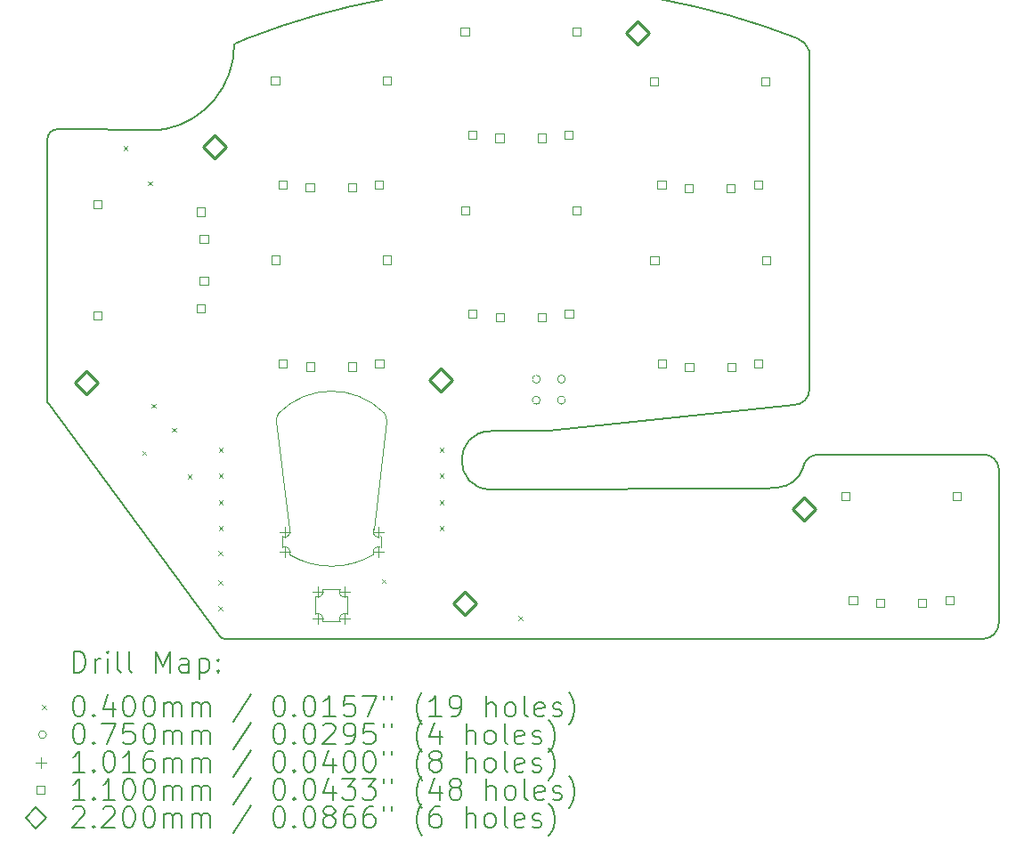
<source format=gbr>
%TF.GenerationSoftware,KiCad,Pcbnew,8.0.2*%
%TF.CreationDate,2024-07-15T13:11:35-05:00*%
%TF.ProjectId,bonsai,626f6e73-6169-42e6-9b69-6361645f7063,v1*%
%TF.SameCoordinates,Original*%
%TF.FileFunction,Drillmap*%
%TF.FilePolarity,Positive*%
%FSLAX45Y45*%
G04 Gerber Fmt 4.5, Leading zero omitted, Abs format (unit mm)*
G04 Created by KiCad (PCBNEW 8.0.2) date 2024-07-15 13:11:35*
%MOMM*%
%LPD*%
G01*
G04 APERTURE LIST*
%ADD10C,0.150000*%
%ADD11C,0.050000*%
%ADD12C,0.120000*%
%ADD13C,0.200000*%
%ADD14C,0.100000*%
%ADD15C,0.101600*%
%ADD16C,0.110000*%
%ADD17C,0.220000*%
G04 APERTURE END LIST*
D10*
X1357500Y-5305000D02*
X1356640Y-5295000D01*
X10258360Y-5813360D02*
G75*
G02*
X10405000Y-5960000I0J-146640D01*
G01*
X1356640Y-5295000D02*
X1356640Y-2818900D01*
X3134185Y-1915924D02*
G75*
G02*
X2475000Y-2720000I-820000J0D01*
G01*
X1360000Y-5320000D02*
X1357500Y-5305000D01*
X8602950Y-5196310D02*
G75*
G02*
X8456310Y-5342950I-146640J0D01*
G01*
X8485376Y-1854036D02*
G75*
G02*
X8602914Y-1975637I-60376J-175964D01*
G01*
X6126680Y-5592500D02*
X5575000Y-5592500D01*
X8156640Y-6138900D02*
X5575000Y-6147500D01*
X3134185Y-1915924D02*
X3137500Y-1910000D01*
X5575000Y-6147500D02*
G75*
G02*
X5575000Y-5592500I0J277500D01*
G01*
X3015000Y-7560000D02*
X2996968Y-7542237D01*
X3025000Y-7565000D02*
X3015000Y-7560000D01*
X10405000Y-5960000D02*
X10402950Y-7421310D01*
X6126680Y-5592500D02*
X8456310Y-5342950D01*
X3145000Y-1905000D02*
X3275000Y-1850000D01*
X2417455Y-2722976D02*
X2475000Y-2720000D01*
X3137500Y-1910000D02*
X3145000Y-1905000D01*
X1356640Y-2818900D02*
G75*
G02*
X1456640Y-2718900I100000J0D01*
G01*
X3275000Y-1850000D02*
G75*
G02*
X8485376Y-1854036I2600000J-6700000D01*
G01*
X1369041Y-5335708D02*
X1360000Y-5320000D01*
X10402950Y-7421310D02*
G75*
G02*
X10256310Y-7567950I-146640J0D01*
G01*
X3040000Y-7568897D02*
X3025000Y-7565000D01*
X10256310Y-7567950D02*
X3040000Y-7568897D01*
X8541218Y-5947356D02*
G75*
G02*
X8685009Y-5815258I148782J-17644D01*
G01*
X8541218Y-5947356D02*
G75*
G02*
X8306780Y-6128151I-255148J88456D01*
G01*
X8715000Y-5813360D02*
X10258360Y-5813360D01*
X8602914Y-1975637D02*
X8602950Y-5196310D01*
X8685009Y-5815258D02*
X8715000Y-5813360D01*
X8156640Y-6138900D02*
X8306780Y-6128151D01*
X1369041Y-5335708D02*
X2996968Y-7542237D01*
X1456640Y-2718900D02*
X2417455Y-2722976D01*
D11*
X3534644Y-5494300D02*
X3658324Y-6525600D01*
D12*
X3589744Y-6698320D02*
X3589744Y-6594180D01*
D11*
X4460964Y-6525600D02*
X4584644Y-5494300D01*
D12*
X4529544Y-6594180D02*
X4529544Y-6698320D01*
D11*
X3534644Y-5494300D02*
G75*
G02*
X3559644Y-5419300I125000J0D01*
G01*
X3559644Y-5419300D02*
G75*
G02*
X4559644Y-5419300I500000J-500000D01*
G01*
D12*
X3589744Y-6698320D02*
G75*
G02*
X3658324Y-6766900I24775J-43805D01*
G01*
X3658324Y-6525600D02*
G75*
G02*
X3589744Y-6594180I-43805J-24775D01*
G01*
D11*
X4460964Y-6766900D02*
G75*
G02*
X3658324Y-6766900I-401320J672600D01*
G01*
D12*
X4460964Y-6766900D02*
G75*
G02*
X4529544Y-6698320I43805J24775D01*
G01*
X4529544Y-6594180D02*
G75*
G02*
X4460964Y-6525600I-24775J43805D01*
G01*
D11*
X4559644Y-5419300D02*
G75*
G02*
X4584644Y-5494300I-99999J-75000D01*
G01*
D12*
X3904240Y-7332920D02*
X3904240Y-7165280D01*
X4140460Y-7096700D02*
X3972820Y-7096700D01*
X4140460Y-7401500D02*
X3972820Y-7401500D01*
X4209040Y-7332920D02*
X4209040Y-7165280D01*
X3904240Y-7332920D02*
G75*
G02*
X3972820Y-7401500I24775J-43805D01*
G01*
X3972820Y-7096700D02*
G75*
G02*
X3904240Y-7165280I-43805J-24775D01*
G01*
X4140460Y-7401500D02*
G75*
G02*
X4209040Y-7332920I43805J24775D01*
G01*
X4209040Y-7165280D02*
G75*
G02*
X4140460Y-7096700I-24775J43805D01*
G01*
D13*
D14*
X2080000Y-2880000D02*
X2120000Y-2920000D01*
X2120000Y-2880000D02*
X2080000Y-2920000D01*
X2260000Y-5780000D02*
X2300000Y-5820000D01*
X2300000Y-5780000D02*
X2260000Y-5820000D01*
X2315000Y-3215000D02*
X2355000Y-3255000D01*
X2355000Y-3215000D02*
X2315000Y-3255000D01*
X2347500Y-5332500D02*
X2387500Y-5372500D01*
X2387500Y-5332500D02*
X2347500Y-5372500D01*
X2540000Y-5560000D02*
X2580000Y-5600000D01*
X2580000Y-5560000D02*
X2540000Y-5600000D01*
X2690000Y-6005000D02*
X2730000Y-6045000D01*
X2730000Y-6005000D02*
X2690000Y-6045000D01*
X2980000Y-6730000D02*
X3020000Y-6770000D01*
X3020000Y-6730000D02*
X2980000Y-6770000D01*
X2980000Y-7010000D02*
X3020000Y-7050000D01*
X3020000Y-7010000D02*
X2980000Y-7050000D01*
X2980000Y-7260000D02*
X3020000Y-7300000D01*
X3020000Y-7260000D02*
X2980000Y-7300000D01*
X2986640Y-5748900D02*
X3026640Y-5788900D01*
X3026640Y-5748900D02*
X2986640Y-5788900D01*
X2986640Y-5998900D02*
X3026640Y-6038900D01*
X3026640Y-5998900D02*
X2986640Y-6038900D01*
X2986640Y-6248900D02*
X3026640Y-6288900D01*
X3026640Y-6248900D02*
X2986640Y-6288900D01*
X2986640Y-6498900D02*
X3026640Y-6538900D01*
X3026640Y-6498900D02*
X2986640Y-6538900D01*
X4536640Y-6998900D02*
X4576640Y-7038900D01*
X4576640Y-6998900D02*
X4536640Y-7038900D01*
X5086640Y-5748900D02*
X5126640Y-5788900D01*
X5126640Y-5748900D02*
X5086640Y-5788900D01*
X5086640Y-5998900D02*
X5126640Y-6038900D01*
X5126640Y-5998900D02*
X5086640Y-6038900D01*
X5086640Y-6248900D02*
X5126640Y-6288900D01*
X5126640Y-6248900D02*
X5086640Y-6288900D01*
X5086640Y-6498900D02*
X5126640Y-6538900D01*
X5126640Y-6498900D02*
X5086640Y-6538900D01*
X5835105Y-7349895D02*
X5875105Y-7389895D01*
X5875105Y-7349895D02*
X5835105Y-7389895D01*
X6044140Y-5098900D02*
G75*
G02*
X5969140Y-5098900I-37500J0D01*
G01*
X5969140Y-5098900D02*
G75*
G02*
X6044140Y-5098900I37500J0D01*
G01*
X6044140Y-5298900D02*
G75*
G02*
X5969140Y-5298900I-37500J0D01*
G01*
X5969140Y-5298900D02*
G75*
G02*
X6044140Y-5298900I37500J0D01*
G01*
X6282500Y-5097500D02*
G75*
G02*
X6207500Y-5097500I-37500J0D01*
G01*
X6207500Y-5097500D02*
G75*
G02*
X6282500Y-5097500I37500J0D01*
G01*
X6282500Y-5297500D02*
G75*
G02*
X6207500Y-5297500I-37500J0D01*
G01*
X6207500Y-5297500D02*
G75*
G02*
X6282500Y-5297500I37500J0D01*
G01*
D15*
X3615144Y-6500200D02*
X3615144Y-6601800D01*
X3564344Y-6551000D02*
X3665944Y-6551000D01*
X3615144Y-6690700D02*
X3615144Y-6792300D01*
X3564344Y-6741500D02*
X3665944Y-6741500D01*
X3929640Y-7071300D02*
X3929640Y-7172900D01*
X3878840Y-7122100D02*
X3980440Y-7122100D01*
X3929640Y-7325300D02*
X3929640Y-7426900D01*
X3878840Y-7376100D02*
X3980440Y-7376100D01*
X4183640Y-7071300D02*
X4183640Y-7172900D01*
X4132840Y-7122100D02*
X4234440Y-7122100D01*
X4183640Y-7325300D02*
X4183640Y-7426900D01*
X4132840Y-7376100D02*
X4234440Y-7376100D01*
X4504144Y-6500200D02*
X4504144Y-6601800D01*
X4453344Y-6551000D02*
X4554944Y-6551000D01*
X4504144Y-6690700D02*
X4504144Y-6792300D01*
X4453344Y-6741500D02*
X4554944Y-6741500D01*
D16*
X1870531Y-3472791D02*
X1870531Y-3395009D01*
X1792749Y-3395009D01*
X1792749Y-3472791D01*
X1870531Y-3472791D01*
X1870531Y-4532791D02*
X1870531Y-4455009D01*
X1792749Y-4455009D01*
X1792749Y-4532791D01*
X1870531Y-4532791D01*
X2855531Y-3544791D02*
X2855531Y-3467009D01*
X2777749Y-3467009D01*
X2777749Y-3544791D01*
X2855531Y-3544791D01*
X2855531Y-4460791D02*
X2855531Y-4383009D01*
X2777749Y-4383009D01*
X2777749Y-4460791D01*
X2855531Y-4460791D01*
X2885531Y-3802791D02*
X2885531Y-3725009D01*
X2807749Y-3725009D01*
X2807749Y-3802791D01*
X2885531Y-3802791D01*
X2885531Y-4202791D02*
X2885531Y-4125009D01*
X2807749Y-4125009D01*
X2807749Y-4202791D01*
X2885531Y-4202791D01*
X3562171Y-2299191D02*
X3562171Y-2221409D01*
X3484389Y-2221409D01*
X3484389Y-2299191D01*
X3562171Y-2299191D01*
X3565531Y-4002791D02*
X3565531Y-3925009D01*
X3487749Y-3925009D01*
X3487749Y-4002791D01*
X3565531Y-4002791D01*
X3634171Y-3284191D02*
X3634171Y-3206409D01*
X3556389Y-3206409D01*
X3556389Y-3284191D01*
X3634171Y-3284191D01*
X3637531Y-4987791D02*
X3637531Y-4910009D01*
X3559749Y-4910009D01*
X3559749Y-4987791D01*
X3637531Y-4987791D01*
X3892171Y-3314191D02*
X3892171Y-3236409D01*
X3814389Y-3236409D01*
X3814389Y-3314191D01*
X3892171Y-3314191D01*
X3895531Y-5017791D02*
X3895531Y-4940009D01*
X3817749Y-4940009D01*
X3817749Y-5017791D01*
X3895531Y-5017791D01*
X4292171Y-3314191D02*
X4292171Y-3236409D01*
X4214389Y-3236409D01*
X4214389Y-3314191D01*
X4292171Y-3314191D01*
X4295531Y-5017791D02*
X4295531Y-4940009D01*
X4217749Y-4940009D01*
X4217749Y-5017791D01*
X4295531Y-5017791D01*
X4550171Y-3284191D02*
X4550171Y-3206409D01*
X4472389Y-3206409D01*
X4472389Y-3284191D01*
X4550171Y-3284191D01*
X4553531Y-4987791D02*
X4553531Y-4910009D01*
X4475749Y-4910009D01*
X4475749Y-4987791D01*
X4553531Y-4987791D01*
X4622171Y-2299191D02*
X4622171Y-2221409D01*
X4544389Y-2221409D01*
X4544389Y-2299191D01*
X4622171Y-2299191D01*
X4625531Y-4002791D02*
X4625531Y-3925009D01*
X4547749Y-3925009D01*
X4547749Y-4002791D01*
X4625531Y-4002791D01*
X5365531Y-1827791D02*
X5365531Y-1750009D01*
X5287749Y-1750009D01*
X5287749Y-1827791D01*
X5365531Y-1827791D01*
X5368891Y-3531391D02*
X5368891Y-3453609D01*
X5291109Y-3453609D01*
X5291109Y-3531391D01*
X5368891Y-3531391D01*
X5437531Y-2812791D02*
X5437531Y-2735009D01*
X5359749Y-2735009D01*
X5359749Y-2812791D01*
X5437531Y-2812791D01*
X5440891Y-4516391D02*
X5440891Y-4438609D01*
X5363109Y-4438609D01*
X5363109Y-4516391D01*
X5440891Y-4516391D01*
X5695531Y-2842791D02*
X5695531Y-2765009D01*
X5617749Y-2765009D01*
X5617749Y-2842791D01*
X5695531Y-2842791D01*
X5698891Y-4546391D02*
X5698891Y-4468609D01*
X5621109Y-4468609D01*
X5621109Y-4546391D01*
X5698891Y-4546391D01*
X6095531Y-2842791D02*
X6095531Y-2765009D01*
X6017749Y-2765009D01*
X6017749Y-2842791D01*
X6095531Y-2842791D01*
X6098891Y-4546391D02*
X6098891Y-4468609D01*
X6021109Y-4468609D01*
X6021109Y-4546391D01*
X6098891Y-4546391D01*
X6353531Y-2812791D02*
X6353531Y-2735009D01*
X6275749Y-2735009D01*
X6275749Y-2812791D01*
X6353531Y-2812791D01*
X6356891Y-4516391D02*
X6356891Y-4438609D01*
X6279109Y-4438609D01*
X6279109Y-4516391D01*
X6356891Y-4516391D01*
X6425531Y-1827791D02*
X6425531Y-1750009D01*
X6347749Y-1750009D01*
X6347749Y-1827791D01*
X6425531Y-1827791D01*
X6428891Y-3531391D02*
X6428891Y-3453609D01*
X6351109Y-3453609D01*
X6351109Y-3531391D01*
X6428891Y-3531391D01*
X7165531Y-2302791D02*
X7165531Y-2225009D01*
X7087749Y-2225009D01*
X7087749Y-2302791D01*
X7165531Y-2302791D01*
X7168891Y-4006391D02*
X7168891Y-3928609D01*
X7091109Y-3928609D01*
X7091109Y-4006391D01*
X7168891Y-4006391D01*
X7237531Y-3287791D02*
X7237531Y-3210009D01*
X7159749Y-3210009D01*
X7159749Y-3287791D01*
X7237531Y-3287791D01*
X7240891Y-4991391D02*
X7240891Y-4913609D01*
X7163109Y-4913609D01*
X7163109Y-4991391D01*
X7240891Y-4991391D01*
X7495531Y-3317791D02*
X7495531Y-3240009D01*
X7417749Y-3240009D01*
X7417749Y-3317791D01*
X7495531Y-3317791D01*
X7498891Y-5021391D02*
X7498891Y-4943609D01*
X7421109Y-4943609D01*
X7421109Y-5021391D01*
X7498891Y-5021391D01*
X7895531Y-3317791D02*
X7895531Y-3240009D01*
X7817749Y-3240009D01*
X7817749Y-3317791D01*
X7895531Y-3317791D01*
X7898891Y-5021391D02*
X7898891Y-4943609D01*
X7821109Y-4943609D01*
X7821109Y-5021391D01*
X7898891Y-5021391D01*
X8153531Y-3287791D02*
X8153531Y-3210009D01*
X8075749Y-3210009D01*
X8075749Y-3287791D01*
X8153531Y-3287791D01*
X8156891Y-4991391D02*
X8156891Y-4913609D01*
X8079109Y-4913609D01*
X8079109Y-4991391D01*
X8156891Y-4991391D01*
X8225531Y-2302791D02*
X8225531Y-2225009D01*
X8147749Y-2225009D01*
X8147749Y-2302791D01*
X8225531Y-2302791D01*
X8228891Y-4006391D02*
X8228891Y-3928609D01*
X8151109Y-3928609D01*
X8151109Y-4006391D01*
X8228891Y-4006391D01*
X8985531Y-6252791D02*
X8985531Y-6175009D01*
X8907749Y-6175009D01*
X8907749Y-6252791D01*
X8985531Y-6252791D01*
X9057531Y-7237791D02*
X9057531Y-7160009D01*
X8979749Y-7160009D01*
X8979749Y-7237791D01*
X9057531Y-7237791D01*
X9315531Y-7267791D02*
X9315531Y-7190009D01*
X9237749Y-7190009D01*
X9237749Y-7267791D01*
X9315531Y-7267791D01*
X9715531Y-7267791D02*
X9715531Y-7190009D01*
X9637749Y-7190009D01*
X9637749Y-7267791D01*
X9715531Y-7267791D01*
X9973531Y-7237791D02*
X9973531Y-7160009D01*
X9895749Y-7160009D01*
X9895749Y-7237791D01*
X9973531Y-7237791D01*
X10045531Y-6252791D02*
X10045531Y-6175009D01*
X9967749Y-6175009D01*
X9967749Y-6252791D01*
X10045531Y-6252791D01*
D17*
X1730000Y-5240000D02*
X1840000Y-5130000D01*
X1730000Y-5020000D01*
X1620000Y-5130000D01*
X1730000Y-5240000D01*
X2945000Y-3000000D02*
X3055000Y-2890000D01*
X2945000Y-2780000D01*
X2835000Y-2890000D01*
X2945000Y-3000000D01*
X5095000Y-5215000D02*
X5205000Y-5105000D01*
X5095000Y-4995000D01*
X4985000Y-5105000D01*
X5095000Y-5215000D01*
X5330000Y-7345000D02*
X5440000Y-7235000D01*
X5330000Y-7125000D01*
X5220000Y-7235000D01*
X5330000Y-7345000D01*
X6970000Y-1915000D02*
X7080000Y-1805000D01*
X6970000Y-1695000D01*
X6860000Y-1805000D01*
X6970000Y-1915000D01*
X8550000Y-6445000D02*
X8660000Y-6335000D01*
X8550000Y-6225000D01*
X8440000Y-6335000D01*
X8550000Y-6445000D01*
D13*
X1609917Y-7887881D02*
X1609917Y-7687881D01*
X1609917Y-7687881D02*
X1657536Y-7687881D01*
X1657536Y-7687881D02*
X1686107Y-7697404D01*
X1686107Y-7697404D02*
X1705155Y-7716452D01*
X1705155Y-7716452D02*
X1714679Y-7735500D01*
X1714679Y-7735500D02*
X1724202Y-7773595D01*
X1724202Y-7773595D02*
X1724202Y-7802166D01*
X1724202Y-7802166D02*
X1714679Y-7840262D01*
X1714679Y-7840262D02*
X1705155Y-7859309D01*
X1705155Y-7859309D02*
X1686107Y-7878357D01*
X1686107Y-7878357D02*
X1657536Y-7887881D01*
X1657536Y-7887881D02*
X1609917Y-7887881D01*
X1809917Y-7887881D02*
X1809917Y-7754547D01*
X1809917Y-7792643D02*
X1819441Y-7773595D01*
X1819441Y-7773595D02*
X1828964Y-7764071D01*
X1828964Y-7764071D02*
X1848012Y-7754547D01*
X1848012Y-7754547D02*
X1867060Y-7754547D01*
X1933726Y-7887881D02*
X1933726Y-7754547D01*
X1933726Y-7687881D02*
X1924202Y-7697404D01*
X1924202Y-7697404D02*
X1933726Y-7706928D01*
X1933726Y-7706928D02*
X1943250Y-7697404D01*
X1943250Y-7697404D02*
X1933726Y-7687881D01*
X1933726Y-7687881D02*
X1933726Y-7706928D01*
X2057536Y-7887881D02*
X2038488Y-7878357D01*
X2038488Y-7878357D02*
X2028964Y-7859309D01*
X2028964Y-7859309D02*
X2028964Y-7687881D01*
X2162298Y-7887881D02*
X2143250Y-7878357D01*
X2143250Y-7878357D02*
X2133726Y-7859309D01*
X2133726Y-7859309D02*
X2133726Y-7687881D01*
X2390869Y-7887881D02*
X2390869Y-7687881D01*
X2390869Y-7687881D02*
X2457536Y-7830738D01*
X2457536Y-7830738D02*
X2524203Y-7687881D01*
X2524203Y-7687881D02*
X2524203Y-7887881D01*
X2705155Y-7887881D02*
X2705155Y-7783119D01*
X2705155Y-7783119D02*
X2695631Y-7764071D01*
X2695631Y-7764071D02*
X2676584Y-7754547D01*
X2676584Y-7754547D02*
X2638488Y-7754547D01*
X2638488Y-7754547D02*
X2619441Y-7764071D01*
X2705155Y-7878357D02*
X2686107Y-7887881D01*
X2686107Y-7887881D02*
X2638488Y-7887881D01*
X2638488Y-7887881D02*
X2619441Y-7878357D01*
X2619441Y-7878357D02*
X2609917Y-7859309D01*
X2609917Y-7859309D02*
X2609917Y-7840262D01*
X2609917Y-7840262D02*
X2619441Y-7821214D01*
X2619441Y-7821214D02*
X2638488Y-7811690D01*
X2638488Y-7811690D02*
X2686107Y-7811690D01*
X2686107Y-7811690D02*
X2705155Y-7802166D01*
X2800393Y-7754547D02*
X2800393Y-7954547D01*
X2800393Y-7764071D02*
X2819441Y-7754547D01*
X2819441Y-7754547D02*
X2857536Y-7754547D01*
X2857536Y-7754547D02*
X2876583Y-7764071D01*
X2876583Y-7764071D02*
X2886107Y-7773595D01*
X2886107Y-7773595D02*
X2895631Y-7792643D01*
X2895631Y-7792643D02*
X2895631Y-7849785D01*
X2895631Y-7849785D02*
X2886107Y-7868833D01*
X2886107Y-7868833D02*
X2876583Y-7878357D01*
X2876583Y-7878357D02*
X2857536Y-7887881D01*
X2857536Y-7887881D02*
X2819441Y-7887881D01*
X2819441Y-7887881D02*
X2800393Y-7878357D01*
X2981345Y-7868833D02*
X2990869Y-7878357D01*
X2990869Y-7878357D02*
X2981345Y-7887881D01*
X2981345Y-7887881D02*
X2971822Y-7878357D01*
X2971822Y-7878357D02*
X2981345Y-7868833D01*
X2981345Y-7868833D02*
X2981345Y-7887881D01*
X2981345Y-7764071D02*
X2990869Y-7773595D01*
X2990869Y-7773595D02*
X2981345Y-7783119D01*
X2981345Y-7783119D02*
X2971822Y-7773595D01*
X2971822Y-7773595D02*
X2981345Y-7764071D01*
X2981345Y-7764071D02*
X2981345Y-7783119D01*
D14*
X1309140Y-8196397D02*
X1349140Y-8236397D01*
X1349140Y-8196397D02*
X1309140Y-8236397D01*
D13*
X1648012Y-8107881D02*
X1667060Y-8107881D01*
X1667060Y-8107881D02*
X1686107Y-8117404D01*
X1686107Y-8117404D02*
X1695631Y-8126928D01*
X1695631Y-8126928D02*
X1705155Y-8145976D01*
X1705155Y-8145976D02*
X1714679Y-8184071D01*
X1714679Y-8184071D02*
X1714679Y-8231690D01*
X1714679Y-8231690D02*
X1705155Y-8269785D01*
X1705155Y-8269785D02*
X1695631Y-8288833D01*
X1695631Y-8288833D02*
X1686107Y-8298357D01*
X1686107Y-8298357D02*
X1667060Y-8307881D01*
X1667060Y-8307881D02*
X1648012Y-8307881D01*
X1648012Y-8307881D02*
X1628964Y-8298357D01*
X1628964Y-8298357D02*
X1619441Y-8288833D01*
X1619441Y-8288833D02*
X1609917Y-8269785D01*
X1609917Y-8269785D02*
X1600393Y-8231690D01*
X1600393Y-8231690D02*
X1600393Y-8184071D01*
X1600393Y-8184071D02*
X1609917Y-8145976D01*
X1609917Y-8145976D02*
X1619441Y-8126928D01*
X1619441Y-8126928D02*
X1628964Y-8117404D01*
X1628964Y-8117404D02*
X1648012Y-8107881D01*
X1800393Y-8288833D02*
X1809917Y-8298357D01*
X1809917Y-8298357D02*
X1800393Y-8307881D01*
X1800393Y-8307881D02*
X1790869Y-8298357D01*
X1790869Y-8298357D02*
X1800393Y-8288833D01*
X1800393Y-8288833D02*
X1800393Y-8307881D01*
X1981345Y-8174547D02*
X1981345Y-8307881D01*
X1933726Y-8098357D02*
X1886107Y-8241214D01*
X1886107Y-8241214D02*
X2009917Y-8241214D01*
X2124203Y-8107881D02*
X2143250Y-8107881D01*
X2143250Y-8107881D02*
X2162298Y-8117404D01*
X2162298Y-8117404D02*
X2171822Y-8126928D01*
X2171822Y-8126928D02*
X2181345Y-8145976D01*
X2181345Y-8145976D02*
X2190869Y-8184071D01*
X2190869Y-8184071D02*
X2190869Y-8231690D01*
X2190869Y-8231690D02*
X2181345Y-8269785D01*
X2181345Y-8269785D02*
X2171822Y-8288833D01*
X2171822Y-8288833D02*
X2162298Y-8298357D01*
X2162298Y-8298357D02*
X2143250Y-8307881D01*
X2143250Y-8307881D02*
X2124203Y-8307881D01*
X2124203Y-8307881D02*
X2105155Y-8298357D01*
X2105155Y-8298357D02*
X2095631Y-8288833D01*
X2095631Y-8288833D02*
X2086107Y-8269785D01*
X2086107Y-8269785D02*
X2076583Y-8231690D01*
X2076583Y-8231690D02*
X2076583Y-8184071D01*
X2076583Y-8184071D02*
X2086107Y-8145976D01*
X2086107Y-8145976D02*
X2095631Y-8126928D01*
X2095631Y-8126928D02*
X2105155Y-8117404D01*
X2105155Y-8117404D02*
X2124203Y-8107881D01*
X2314679Y-8107881D02*
X2333726Y-8107881D01*
X2333726Y-8107881D02*
X2352774Y-8117404D01*
X2352774Y-8117404D02*
X2362298Y-8126928D01*
X2362298Y-8126928D02*
X2371822Y-8145976D01*
X2371822Y-8145976D02*
X2381345Y-8184071D01*
X2381345Y-8184071D02*
X2381345Y-8231690D01*
X2381345Y-8231690D02*
X2371822Y-8269785D01*
X2371822Y-8269785D02*
X2362298Y-8288833D01*
X2362298Y-8288833D02*
X2352774Y-8298357D01*
X2352774Y-8298357D02*
X2333726Y-8307881D01*
X2333726Y-8307881D02*
X2314679Y-8307881D01*
X2314679Y-8307881D02*
X2295631Y-8298357D01*
X2295631Y-8298357D02*
X2286107Y-8288833D01*
X2286107Y-8288833D02*
X2276584Y-8269785D01*
X2276584Y-8269785D02*
X2267060Y-8231690D01*
X2267060Y-8231690D02*
X2267060Y-8184071D01*
X2267060Y-8184071D02*
X2276584Y-8145976D01*
X2276584Y-8145976D02*
X2286107Y-8126928D01*
X2286107Y-8126928D02*
X2295631Y-8117404D01*
X2295631Y-8117404D02*
X2314679Y-8107881D01*
X2467060Y-8307881D02*
X2467060Y-8174547D01*
X2467060Y-8193595D02*
X2476584Y-8184071D01*
X2476584Y-8184071D02*
X2495631Y-8174547D01*
X2495631Y-8174547D02*
X2524203Y-8174547D01*
X2524203Y-8174547D02*
X2543250Y-8184071D01*
X2543250Y-8184071D02*
X2552774Y-8203119D01*
X2552774Y-8203119D02*
X2552774Y-8307881D01*
X2552774Y-8203119D02*
X2562298Y-8184071D01*
X2562298Y-8184071D02*
X2581345Y-8174547D01*
X2581345Y-8174547D02*
X2609917Y-8174547D01*
X2609917Y-8174547D02*
X2628965Y-8184071D01*
X2628965Y-8184071D02*
X2638488Y-8203119D01*
X2638488Y-8203119D02*
X2638488Y-8307881D01*
X2733726Y-8307881D02*
X2733726Y-8174547D01*
X2733726Y-8193595D02*
X2743250Y-8184071D01*
X2743250Y-8184071D02*
X2762298Y-8174547D01*
X2762298Y-8174547D02*
X2790869Y-8174547D01*
X2790869Y-8174547D02*
X2809917Y-8184071D01*
X2809917Y-8184071D02*
X2819441Y-8203119D01*
X2819441Y-8203119D02*
X2819441Y-8307881D01*
X2819441Y-8203119D02*
X2828964Y-8184071D01*
X2828964Y-8184071D02*
X2848012Y-8174547D01*
X2848012Y-8174547D02*
X2876583Y-8174547D01*
X2876583Y-8174547D02*
X2895631Y-8184071D01*
X2895631Y-8184071D02*
X2905155Y-8203119D01*
X2905155Y-8203119D02*
X2905155Y-8307881D01*
X3295631Y-8098357D02*
X3124203Y-8355500D01*
X3552774Y-8107881D02*
X3571822Y-8107881D01*
X3571822Y-8107881D02*
X3590869Y-8117404D01*
X3590869Y-8117404D02*
X3600393Y-8126928D01*
X3600393Y-8126928D02*
X3609917Y-8145976D01*
X3609917Y-8145976D02*
X3619441Y-8184071D01*
X3619441Y-8184071D02*
X3619441Y-8231690D01*
X3619441Y-8231690D02*
X3609917Y-8269785D01*
X3609917Y-8269785D02*
X3600393Y-8288833D01*
X3600393Y-8288833D02*
X3590869Y-8298357D01*
X3590869Y-8298357D02*
X3571822Y-8307881D01*
X3571822Y-8307881D02*
X3552774Y-8307881D01*
X3552774Y-8307881D02*
X3533726Y-8298357D01*
X3533726Y-8298357D02*
X3524203Y-8288833D01*
X3524203Y-8288833D02*
X3514679Y-8269785D01*
X3514679Y-8269785D02*
X3505155Y-8231690D01*
X3505155Y-8231690D02*
X3505155Y-8184071D01*
X3505155Y-8184071D02*
X3514679Y-8145976D01*
X3514679Y-8145976D02*
X3524203Y-8126928D01*
X3524203Y-8126928D02*
X3533726Y-8117404D01*
X3533726Y-8117404D02*
X3552774Y-8107881D01*
X3705155Y-8288833D02*
X3714679Y-8298357D01*
X3714679Y-8298357D02*
X3705155Y-8307881D01*
X3705155Y-8307881D02*
X3695631Y-8298357D01*
X3695631Y-8298357D02*
X3705155Y-8288833D01*
X3705155Y-8288833D02*
X3705155Y-8307881D01*
X3838488Y-8107881D02*
X3857536Y-8107881D01*
X3857536Y-8107881D02*
X3876584Y-8117404D01*
X3876584Y-8117404D02*
X3886107Y-8126928D01*
X3886107Y-8126928D02*
X3895631Y-8145976D01*
X3895631Y-8145976D02*
X3905155Y-8184071D01*
X3905155Y-8184071D02*
X3905155Y-8231690D01*
X3905155Y-8231690D02*
X3895631Y-8269785D01*
X3895631Y-8269785D02*
X3886107Y-8288833D01*
X3886107Y-8288833D02*
X3876584Y-8298357D01*
X3876584Y-8298357D02*
X3857536Y-8307881D01*
X3857536Y-8307881D02*
X3838488Y-8307881D01*
X3838488Y-8307881D02*
X3819441Y-8298357D01*
X3819441Y-8298357D02*
X3809917Y-8288833D01*
X3809917Y-8288833D02*
X3800393Y-8269785D01*
X3800393Y-8269785D02*
X3790869Y-8231690D01*
X3790869Y-8231690D02*
X3790869Y-8184071D01*
X3790869Y-8184071D02*
X3800393Y-8145976D01*
X3800393Y-8145976D02*
X3809917Y-8126928D01*
X3809917Y-8126928D02*
X3819441Y-8117404D01*
X3819441Y-8117404D02*
X3838488Y-8107881D01*
X4095631Y-8307881D02*
X3981346Y-8307881D01*
X4038488Y-8307881D02*
X4038488Y-8107881D01*
X4038488Y-8107881D02*
X4019441Y-8136452D01*
X4019441Y-8136452D02*
X4000393Y-8155500D01*
X4000393Y-8155500D02*
X3981346Y-8165023D01*
X4276584Y-8107881D02*
X4181346Y-8107881D01*
X4181346Y-8107881D02*
X4171822Y-8203119D01*
X4171822Y-8203119D02*
X4181346Y-8193595D01*
X4181346Y-8193595D02*
X4200393Y-8184071D01*
X4200393Y-8184071D02*
X4248012Y-8184071D01*
X4248012Y-8184071D02*
X4267060Y-8193595D01*
X4267060Y-8193595D02*
X4276584Y-8203119D01*
X4276584Y-8203119D02*
X4286108Y-8222166D01*
X4286108Y-8222166D02*
X4286108Y-8269785D01*
X4286108Y-8269785D02*
X4276584Y-8288833D01*
X4276584Y-8288833D02*
X4267060Y-8298357D01*
X4267060Y-8298357D02*
X4248012Y-8307881D01*
X4248012Y-8307881D02*
X4200393Y-8307881D01*
X4200393Y-8307881D02*
X4181346Y-8298357D01*
X4181346Y-8298357D02*
X4171822Y-8288833D01*
X4352774Y-8107881D02*
X4486108Y-8107881D01*
X4486108Y-8107881D02*
X4400393Y-8307881D01*
X4552774Y-8107881D02*
X4552774Y-8145976D01*
X4628965Y-8107881D02*
X4628965Y-8145976D01*
X4924203Y-8384071D02*
X4914679Y-8374547D01*
X4914679Y-8374547D02*
X4895631Y-8345976D01*
X4895631Y-8345976D02*
X4886108Y-8326928D01*
X4886108Y-8326928D02*
X4876584Y-8298357D01*
X4876584Y-8298357D02*
X4867060Y-8250738D01*
X4867060Y-8250738D02*
X4867060Y-8212643D01*
X4867060Y-8212643D02*
X4876584Y-8165023D01*
X4876584Y-8165023D02*
X4886108Y-8136452D01*
X4886108Y-8136452D02*
X4895631Y-8117404D01*
X4895631Y-8117404D02*
X4914679Y-8088833D01*
X4914679Y-8088833D02*
X4924203Y-8079309D01*
X5105155Y-8307881D02*
X4990870Y-8307881D01*
X5048012Y-8307881D02*
X5048012Y-8107881D01*
X5048012Y-8107881D02*
X5028965Y-8136452D01*
X5028965Y-8136452D02*
X5009917Y-8155500D01*
X5009917Y-8155500D02*
X4990870Y-8165023D01*
X5200393Y-8307881D02*
X5238489Y-8307881D01*
X5238489Y-8307881D02*
X5257536Y-8298357D01*
X5257536Y-8298357D02*
X5267060Y-8288833D01*
X5267060Y-8288833D02*
X5286108Y-8260262D01*
X5286108Y-8260262D02*
X5295631Y-8222166D01*
X5295631Y-8222166D02*
X5295631Y-8145976D01*
X5295631Y-8145976D02*
X5286108Y-8126928D01*
X5286108Y-8126928D02*
X5276584Y-8117404D01*
X5276584Y-8117404D02*
X5257536Y-8107881D01*
X5257536Y-8107881D02*
X5219441Y-8107881D01*
X5219441Y-8107881D02*
X5200393Y-8117404D01*
X5200393Y-8117404D02*
X5190870Y-8126928D01*
X5190870Y-8126928D02*
X5181346Y-8145976D01*
X5181346Y-8145976D02*
X5181346Y-8193595D01*
X5181346Y-8193595D02*
X5190870Y-8212643D01*
X5190870Y-8212643D02*
X5200393Y-8222166D01*
X5200393Y-8222166D02*
X5219441Y-8231690D01*
X5219441Y-8231690D02*
X5257536Y-8231690D01*
X5257536Y-8231690D02*
X5276584Y-8222166D01*
X5276584Y-8222166D02*
X5286108Y-8212643D01*
X5286108Y-8212643D02*
X5295631Y-8193595D01*
X5533727Y-8307881D02*
X5533727Y-8107881D01*
X5619441Y-8307881D02*
X5619441Y-8203119D01*
X5619441Y-8203119D02*
X5609917Y-8184071D01*
X5609917Y-8184071D02*
X5590870Y-8174547D01*
X5590870Y-8174547D02*
X5562298Y-8174547D01*
X5562298Y-8174547D02*
X5543251Y-8184071D01*
X5543251Y-8184071D02*
X5533727Y-8193595D01*
X5743250Y-8307881D02*
X5724203Y-8298357D01*
X5724203Y-8298357D02*
X5714679Y-8288833D01*
X5714679Y-8288833D02*
X5705155Y-8269785D01*
X5705155Y-8269785D02*
X5705155Y-8212643D01*
X5705155Y-8212643D02*
X5714679Y-8193595D01*
X5714679Y-8193595D02*
X5724203Y-8184071D01*
X5724203Y-8184071D02*
X5743250Y-8174547D01*
X5743250Y-8174547D02*
X5771822Y-8174547D01*
X5771822Y-8174547D02*
X5790870Y-8184071D01*
X5790870Y-8184071D02*
X5800393Y-8193595D01*
X5800393Y-8193595D02*
X5809917Y-8212643D01*
X5809917Y-8212643D02*
X5809917Y-8269785D01*
X5809917Y-8269785D02*
X5800393Y-8288833D01*
X5800393Y-8288833D02*
X5790870Y-8298357D01*
X5790870Y-8298357D02*
X5771822Y-8307881D01*
X5771822Y-8307881D02*
X5743250Y-8307881D01*
X5924203Y-8307881D02*
X5905155Y-8298357D01*
X5905155Y-8298357D02*
X5895631Y-8279309D01*
X5895631Y-8279309D02*
X5895631Y-8107881D01*
X6076584Y-8298357D02*
X6057536Y-8307881D01*
X6057536Y-8307881D02*
X6019441Y-8307881D01*
X6019441Y-8307881D02*
X6000393Y-8298357D01*
X6000393Y-8298357D02*
X5990870Y-8279309D01*
X5990870Y-8279309D02*
X5990870Y-8203119D01*
X5990870Y-8203119D02*
X6000393Y-8184071D01*
X6000393Y-8184071D02*
X6019441Y-8174547D01*
X6019441Y-8174547D02*
X6057536Y-8174547D01*
X6057536Y-8174547D02*
X6076584Y-8184071D01*
X6076584Y-8184071D02*
X6086108Y-8203119D01*
X6086108Y-8203119D02*
X6086108Y-8222166D01*
X6086108Y-8222166D02*
X5990870Y-8241214D01*
X6162298Y-8298357D02*
X6181346Y-8307881D01*
X6181346Y-8307881D02*
X6219441Y-8307881D01*
X6219441Y-8307881D02*
X6238489Y-8298357D01*
X6238489Y-8298357D02*
X6248012Y-8279309D01*
X6248012Y-8279309D02*
X6248012Y-8269785D01*
X6248012Y-8269785D02*
X6238489Y-8250738D01*
X6238489Y-8250738D02*
X6219441Y-8241214D01*
X6219441Y-8241214D02*
X6190870Y-8241214D01*
X6190870Y-8241214D02*
X6171822Y-8231690D01*
X6171822Y-8231690D02*
X6162298Y-8212643D01*
X6162298Y-8212643D02*
X6162298Y-8203119D01*
X6162298Y-8203119D02*
X6171822Y-8184071D01*
X6171822Y-8184071D02*
X6190870Y-8174547D01*
X6190870Y-8174547D02*
X6219441Y-8174547D01*
X6219441Y-8174547D02*
X6238489Y-8184071D01*
X6314679Y-8384071D02*
X6324203Y-8374547D01*
X6324203Y-8374547D02*
X6343251Y-8345976D01*
X6343251Y-8345976D02*
X6352774Y-8326928D01*
X6352774Y-8326928D02*
X6362298Y-8298357D01*
X6362298Y-8298357D02*
X6371822Y-8250738D01*
X6371822Y-8250738D02*
X6371822Y-8212643D01*
X6371822Y-8212643D02*
X6362298Y-8165023D01*
X6362298Y-8165023D02*
X6352774Y-8136452D01*
X6352774Y-8136452D02*
X6343251Y-8117404D01*
X6343251Y-8117404D02*
X6324203Y-8088833D01*
X6324203Y-8088833D02*
X6314679Y-8079309D01*
D14*
X1349140Y-8480397D02*
G75*
G02*
X1274140Y-8480397I-37500J0D01*
G01*
X1274140Y-8480397D02*
G75*
G02*
X1349140Y-8480397I37500J0D01*
G01*
D13*
X1648012Y-8371881D02*
X1667060Y-8371881D01*
X1667060Y-8371881D02*
X1686107Y-8381404D01*
X1686107Y-8381404D02*
X1695631Y-8390928D01*
X1695631Y-8390928D02*
X1705155Y-8409976D01*
X1705155Y-8409976D02*
X1714679Y-8448071D01*
X1714679Y-8448071D02*
X1714679Y-8495690D01*
X1714679Y-8495690D02*
X1705155Y-8533785D01*
X1705155Y-8533785D02*
X1695631Y-8552833D01*
X1695631Y-8552833D02*
X1686107Y-8562357D01*
X1686107Y-8562357D02*
X1667060Y-8571881D01*
X1667060Y-8571881D02*
X1648012Y-8571881D01*
X1648012Y-8571881D02*
X1628964Y-8562357D01*
X1628964Y-8562357D02*
X1619441Y-8552833D01*
X1619441Y-8552833D02*
X1609917Y-8533785D01*
X1609917Y-8533785D02*
X1600393Y-8495690D01*
X1600393Y-8495690D02*
X1600393Y-8448071D01*
X1600393Y-8448071D02*
X1609917Y-8409976D01*
X1609917Y-8409976D02*
X1619441Y-8390928D01*
X1619441Y-8390928D02*
X1628964Y-8381404D01*
X1628964Y-8381404D02*
X1648012Y-8371881D01*
X1800393Y-8552833D02*
X1809917Y-8562357D01*
X1809917Y-8562357D02*
X1800393Y-8571881D01*
X1800393Y-8571881D02*
X1790869Y-8562357D01*
X1790869Y-8562357D02*
X1800393Y-8552833D01*
X1800393Y-8552833D02*
X1800393Y-8571881D01*
X1876583Y-8371881D02*
X2009917Y-8371881D01*
X2009917Y-8371881D02*
X1924202Y-8571881D01*
X2181345Y-8371881D02*
X2086107Y-8371881D01*
X2086107Y-8371881D02*
X2076583Y-8467119D01*
X2076583Y-8467119D02*
X2086107Y-8457595D01*
X2086107Y-8457595D02*
X2105155Y-8448071D01*
X2105155Y-8448071D02*
X2152774Y-8448071D01*
X2152774Y-8448071D02*
X2171822Y-8457595D01*
X2171822Y-8457595D02*
X2181345Y-8467119D01*
X2181345Y-8467119D02*
X2190869Y-8486166D01*
X2190869Y-8486166D02*
X2190869Y-8533785D01*
X2190869Y-8533785D02*
X2181345Y-8552833D01*
X2181345Y-8552833D02*
X2171822Y-8562357D01*
X2171822Y-8562357D02*
X2152774Y-8571881D01*
X2152774Y-8571881D02*
X2105155Y-8571881D01*
X2105155Y-8571881D02*
X2086107Y-8562357D01*
X2086107Y-8562357D02*
X2076583Y-8552833D01*
X2314679Y-8371881D02*
X2333726Y-8371881D01*
X2333726Y-8371881D02*
X2352774Y-8381404D01*
X2352774Y-8381404D02*
X2362298Y-8390928D01*
X2362298Y-8390928D02*
X2371822Y-8409976D01*
X2371822Y-8409976D02*
X2381345Y-8448071D01*
X2381345Y-8448071D02*
X2381345Y-8495690D01*
X2381345Y-8495690D02*
X2371822Y-8533785D01*
X2371822Y-8533785D02*
X2362298Y-8552833D01*
X2362298Y-8552833D02*
X2352774Y-8562357D01*
X2352774Y-8562357D02*
X2333726Y-8571881D01*
X2333726Y-8571881D02*
X2314679Y-8571881D01*
X2314679Y-8571881D02*
X2295631Y-8562357D01*
X2295631Y-8562357D02*
X2286107Y-8552833D01*
X2286107Y-8552833D02*
X2276584Y-8533785D01*
X2276584Y-8533785D02*
X2267060Y-8495690D01*
X2267060Y-8495690D02*
X2267060Y-8448071D01*
X2267060Y-8448071D02*
X2276584Y-8409976D01*
X2276584Y-8409976D02*
X2286107Y-8390928D01*
X2286107Y-8390928D02*
X2295631Y-8381404D01*
X2295631Y-8381404D02*
X2314679Y-8371881D01*
X2467060Y-8571881D02*
X2467060Y-8438547D01*
X2467060Y-8457595D02*
X2476584Y-8448071D01*
X2476584Y-8448071D02*
X2495631Y-8438547D01*
X2495631Y-8438547D02*
X2524203Y-8438547D01*
X2524203Y-8438547D02*
X2543250Y-8448071D01*
X2543250Y-8448071D02*
X2552774Y-8467119D01*
X2552774Y-8467119D02*
X2552774Y-8571881D01*
X2552774Y-8467119D02*
X2562298Y-8448071D01*
X2562298Y-8448071D02*
X2581345Y-8438547D01*
X2581345Y-8438547D02*
X2609917Y-8438547D01*
X2609917Y-8438547D02*
X2628965Y-8448071D01*
X2628965Y-8448071D02*
X2638488Y-8467119D01*
X2638488Y-8467119D02*
X2638488Y-8571881D01*
X2733726Y-8571881D02*
X2733726Y-8438547D01*
X2733726Y-8457595D02*
X2743250Y-8448071D01*
X2743250Y-8448071D02*
X2762298Y-8438547D01*
X2762298Y-8438547D02*
X2790869Y-8438547D01*
X2790869Y-8438547D02*
X2809917Y-8448071D01*
X2809917Y-8448071D02*
X2819441Y-8467119D01*
X2819441Y-8467119D02*
X2819441Y-8571881D01*
X2819441Y-8467119D02*
X2828964Y-8448071D01*
X2828964Y-8448071D02*
X2848012Y-8438547D01*
X2848012Y-8438547D02*
X2876583Y-8438547D01*
X2876583Y-8438547D02*
X2895631Y-8448071D01*
X2895631Y-8448071D02*
X2905155Y-8467119D01*
X2905155Y-8467119D02*
X2905155Y-8571881D01*
X3295631Y-8362357D02*
X3124203Y-8619500D01*
X3552774Y-8371881D02*
X3571822Y-8371881D01*
X3571822Y-8371881D02*
X3590869Y-8381404D01*
X3590869Y-8381404D02*
X3600393Y-8390928D01*
X3600393Y-8390928D02*
X3609917Y-8409976D01*
X3609917Y-8409976D02*
X3619441Y-8448071D01*
X3619441Y-8448071D02*
X3619441Y-8495690D01*
X3619441Y-8495690D02*
X3609917Y-8533785D01*
X3609917Y-8533785D02*
X3600393Y-8552833D01*
X3600393Y-8552833D02*
X3590869Y-8562357D01*
X3590869Y-8562357D02*
X3571822Y-8571881D01*
X3571822Y-8571881D02*
X3552774Y-8571881D01*
X3552774Y-8571881D02*
X3533726Y-8562357D01*
X3533726Y-8562357D02*
X3524203Y-8552833D01*
X3524203Y-8552833D02*
X3514679Y-8533785D01*
X3514679Y-8533785D02*
X3505155Y-8495690D01*
X3505155Y-8495690D02*
X3505155Y-8448071D01*
X3505155Y-8448071D02*
X3514679Y-8409976D01*
X3514679Y-8409976D02*
X3524203Y-8390928D01*
X3524203Y-8390928D02*
X3533726Y-8381404D01*
X3533726Y-8381404D02*
X3552774Y-8371881D01*
X3705155Y-8552833D02*
X3714679Y-8562357D01*
X3714679Y-8562357D02*
X3705155Y-8571881D01*
X3705155Y-8571881D02*
X3695631Y-8562357D01*
X3695631Y-8562357D02*
X3705155Y-8552833D01*
X3705155Y-8552833D02*
X3705155Y-8571881D01*
X3838488Y-8371881D02*
X3857536Y-8371881D01*
X3857536Y-8371881D02*
X3876584Y-8381404D01*
X3876584Y-8381404D02*
X3886107Y-8390928D01*
X3886107Y-8390928D02*
X3895631Y-8409976D01*
X3895631Y-8409976D02*
X3905155Y-8448071D01*
X3905155Y-8448071D02*
X3905155Y-8495690D01*
X3905155Y-8495690D02*
X3895631Y-8533785D01*
X3895631Y-8533785D02*
X3886107Y-8552833D01*
X3886107Y-8552833D02*
X3876584Y-8562357D01*
X3876584Y-8562357D02*
X3857536Y-8571881D01*
X3857536Y-8571881D02*
X3838488Y-8571881D01*
X3838488Y-8571881D02*
X3819441Y-8562357D01*
X3819441Y-8562357D02*
X3809917Y-8552833D01*
X3809917Y-8552833D02*
X3800393Y-8533785D01*
X3800393Y-8533785D02*
X3790869Y-8495690D01*
X3790869Y-8495690D02*
X3790869Y-8448071D01*
X3790869Y-8448071D02*
X3800393Y-8409976D01*
X3800393Y-8409976D02*
X3809917Y-8390928D01*
X3809917Y-8390928D02*
X3819441Y-8381404D01*
X3819441Y-8381404D02*
X3838488Y-8371881D01*
X3981346Y-8390928D02*
X3990869Y-8381404D01*
X3990869Y-8381404D02*
X4009917Y-8371881D01*
X4009917Y-8371881D02*
X4057536Y-8371881D01*
X4057536Y-8371881D02*
X4076584Y-8381404D01*
X4076584Y-8381404D02*
X4086107Y-8390928D01*
X4086107Y-8390928D02*
X4095631Y-8409976D01*
X4095631Y-8409976D02*
X4095631Y-8429024D01*
X4095631Y-8429024D02*
X4086107Y-8457595D01*
X4086107Y-8457595D02*
X3971822Y-8571881D01*
X3971822Y-8571881D02*
X4095631Y-8571881D01*
X4190869Y-8571881D02*
X4228965Y-8571881D01*
X4228965Y-8571881D02*
X4248012Y-8562357D01*
X4248012Y-8562357D02*
X4257536Y-8552833D01*
X4257536Y-8552833D02*
X4276584Y-8524262D01*
X4276584Y-8524262D02*
X4286108Y-8486166D01*
X4286108Y-8486166D02*
X4286108Y-8409976D01*
X4286108Y-8409976D02*
X4276584Y-8390928D01*
X4276584Y-8390928D02*
X4267060Y-8381404D01*
X4267060Y-8381404D02*
X4248012Y-8371881D01*
X4248012Y-8371881D02*
X4209917Y-8371881D01*
X4209917Y-8371881D02*
X4190869Y-8381404D01*
X4190869Y-8381404D02*
X4181346Y-8390928D01*
X4181346Y-8390928D02*
X4171822Y-8409976D01*
X4171822Y-8409976D02*
X4171822Y-8457595D01*
X4171822Y-8457595D02*
X4181346Y-8476643D01*
X4181346Y-8476643D02*
X4190869Y-8486166D01*
X4190869Y-8486166D02*
X4209917Y-8495690D01*
X4209917Y-8495690D02*
X4248012Y-8495690D01*
X4248012Y-8495690D02*
X4267060Y-8486166D01*
X4267060Y-8486166D02*
X4276584Y-8476643D01*
X4276584Y-8476643D02*
X4286108Y-8457595D01*
X4467060Y-8371881D02*
X4371822Y-8371881D01*
X4371822Y-8371881D02*
X4362298Y-8467119D01*
X4362298Y-8467119D02*
X4371822Y-8457595D01*
X4371822Y-8457595D02*
X4390869Y-8448071D01*
X4390869Y-8448071D02*
X4438489Y-8448071D01*
X4438489Y-8448071D02*
X4457536Y-8457595D01*
X4457536Y-8457595D02*
X4467060Y-8467119D01*
X4467060Y-8467119D02*
X4476584Y-8486166D01*
X4476584Y-8486166D02*
X4476584Y-8533785D01*
X4476584Y-8533785D02*
X4467060Y-8552833D01*
X4467060Y-8552833D02*
X4457536Y-8562357D01*
X4457536Y-8562357D02*
X4438489Y-8571881D01*
X4438489Y-8571881D02*
X4390869Y-8571881D01*
X4390869Y-8571881D02*
X4371822Y-8562357D01*
X4371822Y-8562357D02*
X4362298Y-8552833D01*
X4552774Y-8371881D02*
X4552774Y-8409976D01*
X4628965Y-8371881D02*
X4628965Y-8409976D01*
X4924203Y-8648071D02*
X4914679Y-8638547D01*
X4914679Y-8638547D02*
X4895631Y-8609976D01*
X4895631Y-8609976D02*
X4886108Y-8590928D01*
X4886108Y-8590928D02*
X4876584Y-8562357D01*
X4876584Y-8562357D02*
X4867060Y-8514738D01*
X4867060Y-8514738D02*
X4867060Y-8476643D01*
X4867060Y-8476643D02*
X4876584Y-8429024D01*
X4876584Y-8429024D02*
X4886108Y-8400452D01*
X4886108Y-8400452D02*
X4895631Y-8381404D01*
X4895631Y-8381404D02*
X4914679Y-8352833D01*
X4914679Y-8352833D02*
X4924203Y-8343309D01*
X5086108Y-8438547D02*
X5086108Y-8571881D01*
X5038489Y-8362357D02*
X4990870Y-8505214D01*
X4990870Y-8505214D02*
X5114679Y-8505214D01*
X5343251Y-8571881D02*
X5343251Y-8371881D01*
X5428965Y-8571881D02*
X5428965Y-8467119D01*
X5428965Y-8467119D02*
X5419441Y-8448071D01*
X5419441Y-8448071D02*
X5400393Y-8438547D01*
X5400393Y-8438547D02*
X5371822Y-8438547D01*
X5371822Y-8438547D02*
X5352774Y-8448071D01*
X5352774Y-8448071D02*
X5343251Y-8457595D01*
X5552774Y-8571881D02*
X5533727Y-8562357D01*
X5533727Y-8562357D02*
X5524203Y-8552833D01*
X5524203Y-8552833D02*
X5514679Y-8533785D01*
X5514679Y-8533785D02*
X5514679Y-8476643D01*
X5514679Y-8476643D02*
X5524203Y-8457595D01*
X5524203Y-8457595D02*
X5533727Y-8448071D01*
X5533727Y-8448071D02*
X5552774Y-8438547D01*
X5552774Y-8438547D02*
X5581346Y-8438547D01*
X5581346Y-8438547D02*
X5600393Y-8448071D01*
X5600393Y-8448071D02*
X5609917Y-8457595D01*
X5609917Y-8457595D02*
X5619441Y-8476643D01*
X5619441Y-8476643D02*
X5619441Y-8533785D01*
X5619441Y-8533785D02*
X5609917Y-8552833D01*
X5609917Y-8552833D02*
X5600393Y-8562357D01*
X5600393Y-8562357D02*
X5581346Y-8571881D01*
X5581346Y-8571881D02*
X5552774Y-8571881D01*
X5733727Y-8571881D02*
X5714679Y-8562357D01*
X5714679Y-8562357D02*
X5705155Y-8543309D01*
X5705155Y-8543309D02*
X5705155Y-8371881D01*
X5886108Y-8562357D02*
X5867060Y-8571881D01*
X5867060Y-8571881D02*
X5828965Y-8571881D01*
X5828965Y-8571881D02*
X5809917Y-8562357D01*
X5809917Y-8562357D02*
X5800393Y-8543309D01*
X5800393Y-8543309D02*
X5800393Y-8467119D01*
X5800393Y-8467119D02*
X5809917Y-8448071D01*
X5809917Y-8448071D02*
X5828965Y-8438547D01*
X5828965Y-8438547D02*
X5867060Y-8438547D01*
X5867060Y-8438547D02*
X5886108Y-8448071D01*
X5886108Y-8448071D02*
X5895631Y-8467119D01*
X5895631Y-8467119D02*
X5895631Y-8486166D01*
X5895631Y-8486166D02*
X5800393Y-8505214D01*
X5971822Y-8562357D02*
X5990870Y-8571881D01*
X5990870Y-8571881D02*
X6028965Y-8571881D01*
X6028965Y-8571881D02*
X6048012Y-8562357D01*
X6048012Y-8562357D02*
X6057536Y-8543309D01*
X6057536Y-8543309D02*
X6057536Y-8533785D01*
X6057536Y-8533785D02*
X6048012Y-8514738D01*
X6048012Y-8514738D02*
X6028965Y-8505214D01*
X6028965Y-8505214D02*
X6000393Y-8505214D01*
X6000393Y-8505214D02*
X5981346Y-8495690D01*
X5981346Y-8495690D02*
X5971822Y-8476643D01*
X5971822Y-8476643D02*
X5971822Y-8467119D01*
X5971822Y-8467119D02*
X5981346Y-8448071D01*
X5981346Y-8448071D02*
X6000393Y-8438547D01*
X6000393Y-8438547D02*
X6028965Y-8438547D01*
X6028965Y-8438547D02*
X6048012Y-8448071D01*
X6124203Y-8648071D02*
X6133727Y-8638547D01*
X6133727Y-8638547D02*
X6152774Y-8609976D01*
X6152774Y-8609976D02*
X6162298Y-8590928D01*
X6162298Y-8590928D02*
X6171822Y-8562357D01*
X6171822Y-8562357D02*
X6181346Y-8514738D01*
X6181346Y-8514738D02*
X6181346Y-8476643D01*
X6181346Y-8476643D02*
X6171822Y-8429024D01*
X6171822Y-8429024D02*
X6162298Y-8400452D01*
X6162298Y-8400452D02*
X6152774Y-8381404D01*
X6152774Y-8381404D02*
X6133727Y-8352833D01*
X6133727Y-8352833D02*
X6124203Y-8343309D01*
D15*
X1298340Y-8693597D02*
X1298340Y-8795197D01*
X1247540Y-8744397D02*
X1349140Y-8744397D01*
D13*
X1714679Y-8835881D02*
X1600393Y-8835881D01*
X1657536Y-8835881D02*
X1657536Y-8635881D01*
X1657536Y-8635881D02*
X1638488Y-8664452D01*
X1638488Y-8664452D02*
X1619441Y-8683500D01*
X1619441Y-8683500D02*
X1600393Y-8693024D01*
X1800393Y-8816833D02*
X1809917Y-8826357D01*
X1809917Y-8826357D02*
X1800393Y-8835881D01*
X1800393Y-8835881D02*
X1790869Y-8826357D01*
X1790869Y-8826357D02*
X1800393Y-8816833D01*
X1800393Y-8816833D02*
X1800393Y-8835881D01*
X1933726Y-8635881D02*
X1952774Y-8635881D01*
X1952774Y-8635881D02*
X1971822Y-8645405D01*
X1971822Y-8645405D02*
X1981345Y-8654928D01*
X1981345Y-8654928D02*
X1990869Y-8673976D01*
X1990869Y-8673976D02*
X2000393Y-8712071D01*
X2000393Y-8712071D02*
X2000393Y-8759690D01*
X2000393Y-8759690D02*
X1990869Y-8797785D01*
X1990869Y-8797785D02*
X1981345Y-8816833D01*
X1981345Y-8816833D02*
X1971822Y-8826357D01*
X1971822Y-8826357D02*
X1952774Y-8835881D01*
X1952774Y-8835881D02*
X1933726Y-8835881D01*
X1933726Y-8835881D02*
X1914679Y-8826357D01*
X1914679Y-8826357D02*
X1905155Y-8816833D01*
X1905155Y-8816833D02*
X1895631Y-8797785D01*
X1895631Y-8797785D02*
X1886107Y-8759690D01*
X1886107Y-8759690D02*
X1886107Y-8712071D01*
X1886107Y-8712071D02*
X1895631Y-8673976D01*
X1895631Y-8673976D02*
X1905155Y-8654928D01*
X1905155Y-8654928D02*
X1914679Y-8645405D01*
X1914679Y-8645405D02*
X1933726Y-8635881D01*
X2190869Y-8835881D02*
X2076583Y-8835881D01*
X2133726Y-8835881D02*
X2133726Y-8635881D01*
X2133726Y-8635881D02*
X2114679Y-8664452D01*
X2114679Y-8664452D02*
X2095631Y-8683500D01*
X2095631Y-8683500D02*
X2076583Y-8693024D01*
X2362298Y-8635881D02*
X2324203Y-8635881D01*
X2324203Y-8635881D02*
X2305155Y-8645405D01*
X2305155Y-8645405D02*
X2295631Y-8654928D01*
X2295631Y-8654928D02*
X2276584Y-8683500D01*
X2276584Y-8683500D02*
X2267060Y-8721595D01*
X2267060Y-8721595D02*
X2267060Y-8797785D01*
X2267060Y-8797785D02*
X2276584Y-8816833D01*
X2276584Y-8816833D02*
X2286107Y-8826357D01*
X2286107Y-8826357D02*
X2305155Y-8835881D01*
X2305155Y-8835881D02*
X2343250Y-8835881D01*
X2343250Y-8835881D02*
X2362298Y-8826357D01*
X2362298Y-8826357D02*
X2371822Y-8816833D01*
X2371822Y-8816833D02*
X2381345Y-8797785D01*
X2381345Y-8797785D02*
X2381345Y-8750166D01*
X2381345Y-8750166D02*
X2371822Y-8731119D01*
X2371822Y-8731119D02*
X2362298Y-8721595D01*
X2362298Y-8721595D02*
X2343250Y-8712071D01*
X2343250Y-8712071D02*
X2305155Y-8712071D01*
X2305155Y-8712071D02*
X2286107Y-8721595D01*
X2286107Y-8721595D02*
X2276584Y-8731119D01*
X2276584Y-8731119D02*
X2267060Y-8750166D01*
X2467060Y-8835881D02*
X2467060Y-8702547D01*
X2467060Y-8721595D02*
X2476584Y-8712071D01*
X2476584Y-8712071D02*
X2495631Y-8702547D01*
X2495631Y-8702547D02*
X2524203Y-8702547D01*
X2524203Y-8702547D02*
X2543250Y-8712071D01*
X2543250Y-8712071D02*
X2552774Y-8731119D01*
X2552774Y-8731119D02*
X2552774Y-8835881D01*
X2552774Y-8731119D02*
X2562298Y-8712071D01*
X2562298Y-8712071D02*
X2581345Y-8702547D01*
X2581345Y-8702547D02*
X2609917Y-8702547D01*
X2609917Y-8702547D02*
X2628965Y-8712071D01*
X2628965Y-8712071D02*
X2638488Y-8731119D01*
X2638488Y-8731119D02*
X2638488Y-8835881D01*
X2733726Y-8835881D02*
X2733726Y-8702547D01*
X2733726Y-8721595D02*
X2743250Y-8712071D01*
X2743250Y-8712071D02*
X2762298Y-8702547D01*
X2762298Y-8702547D02*
X2790869Y-8702547D01*
X2790869Y-8702547D02*
X2809917Y-8712071D01*
X2809917Y-8712071D02*
X2819441Y-8731119D01*
X2819441Y-8731119D02*
X2819441Y-8835881D01*
X2819441Y-8731119D02*
X2828964Y-8712071D01*
X2828964Y-8712071D02*
X2848012Y-8702547D01*
X2848012Y-8702547D02*
X2876583Y-8702547D01*
X2876583Y-8702547D02*
X2895631Y-8712071D01*
X2895631Y-8712071D02*
X2905155Y-8731119D01*
X2905155Y-8731119D02*
X2905155Y-8835881D01*
X3295631Y-8626357D02*
X3124203Y-8883500D01*
X3552774Y-8635881D02*
X3571822Y-8635881D01*
X3571822Y-8635881D02*
X3590869Y-8645405D01*
X3590869Y-8645405D02*
X3600393Y-8654928D01*
X3600393Y-8654928D02*
X3609917Y-8673976D01*
X3609917Y-8673976D02*
X3619441Y-8712071D01*
X3619441Y-8712071D02*
X3619441Y-8759690D01*
X3619441Y-8759690D02*
X3609917Y-8797785D01*
X3609917Y-8797785D02*
X3600393Y-8816833D01*
X3600393Y-8816833D02*
X3590869Y-8826357D01*
X3590869Y-8826357D02*
X3571822Y-8835881D01*
X3571822Y-8835881D02*
X3552774Y-8835881D01*
X3552774Y-8835881D02*
X3533726Y-8826357D01*
X3533726Y-8826357D02*
X3524203Y-8816833D01*
X3524203Y-8816833D02*
X3514679Y-8797785D01*
X3514679Y-8797785D02*
X3505155Y-8759690D01*
X3505155Y-8759690D02*
X3505155Y-8712071D01*
X3505155Y-8712071D02*
X3514679Y-8673976D01*
X3514679Y-8673976D02*
X3524203Y-8654928D01*
X3524203Y-8654928D02*
X3533726Y-8645405D01*
X3533726Y-8645405D02*
X3552774Y-8635881D01*
X3705155Y-8816833D02*
X3714679Y-8826357D01*
X3714679Y-8826357D02*
X3705155Y-8835881D01*
X3705155Y-8835881D02*
X3695631Y-8826357D01*
X3695631Y-8826357D02*
X3705155Y-8816833D01*
X3705155Y-8816833D02*
X3705155Y-8835881D01*
X3838488Y-8635881D02*
X3857536Y-8635881D01*
X3857536Y-8635881D02*
X3876584Y-8645405D01*
X3876584Y-8645405D02*
X3886107Y-8654928D01*
X3886107Y-8654928D02*
X3895631Y-8673976D01*
X3895631Y-8673976D02*
X3905155Y-8712071D01*
X3905155Y-8712071D02*
X3905155Y-8759690D01*
X3905155Y-8759690D02*
X3895631Y-8797785D01*
X3895631Y-8797785D02*
X3886107Y-8816833D01*
X3886107Y-8816833D02*
X3876584Y-8826357D01*
X3876584Y-8826357D02*
X3857536Y-8835881D01*
X3857536Y-8835881D02*
X3838488Y-8835881D01*
X3838488Y-8835881D02*
X3819441Y-8826357D01*
X3819441Y-8826357D02*
X3809917Y-8816833D01*
X3809917Y-8816833D02*
X3800393Y-8797785D01*
X3800393Y-8797785D02*
X3790869Y-8759690D01*
X3790869Y-8759690D02*
X3790869Y-8712071D01*
X3790869Y-8712071D02*
X3800393Y-8673976D01*
X3800393Y-8673976D02*
X3809917Y-8654928D01*
X3809917Y-8654928D02*
X3819441Y-8645405D01*
X3819441Y-8645405D02*
X3838488Y-8635881D01*
X4076584Y-8702547D02*
X4076584Y-8835881D01*
X4028965Y-8626357D02*
X3981346Y-8769214D01*
X3981346Y-8769214D02*
X4105155Y-8769214D01*
X4219441Y-8635881D02*
X4238489Y-8635881D01*
X4238489Y-8635881D02*
X4257536Y-8645405D01*
X4257536Y-8645405D02*
X4267060Y-8654928D01*
X4267060Y-8654928D02*
X4276584Y-8673976D01*
X4276584Y-8673976D02*
X4286108Y-8712071D01*
X4286108Y-8712071D02*
X4286108Y-8759690D01*
X4286108Y-8759690D02*
X4276584Y-8797785D01*
X4276584Y-8797785D02*
X4267060Y-8816833D01*
X4267060Y-8816833D02*
X4257536Y-8826357D01*
X4257536Y-8826357D02*
X4238489Y-8835881D01*
X4238489Y-8835881D02*
X4219441Y-8835881D01*
X4219441Y-8835881D02*
X4200393Y-8826357D01*
X4200393Y-8826357D02*
X4190869Y-8816833D01*
X4190869Y-8816833D02*
X4181346Y-8797785D01*
X4181346Y-8797785D02*
X4171822Y-8759690D01*
X4171822Y-8759690D02*
X4171822Y-8712071D01*
X4171822Y-8712071D02*
X4181346Y-8673976D01*
X4181346Y-8673976D02*
X4190869Y-8654928D01*
X4190869Y-8654928D02*
X4200393Y-8645405D01*
X4200393Y-8645405D02*
X4219441Y-8635881D01*
X4409917Y-8635881D02*
X4428965Y-8635881D01*
X4428965Y-8635881D02*
X4448012Y-8645405D01*
X4448012Y-8645405D02*
X4457536Y-8654928D01*
X4457536Y-8654928D02*
X4467060Y-8673976D01*
X4467060Y-8673976D02*
X4476584Y-8712071D01*
X4476584Y-8712071D02*
X4476584Y-8759690D01*
X4476584Y-8759690D02*
X4467060Y-8797785D01*
X4467060Y-8797785D02*
X4457536Y-8816833D01*
X4457536Y-8816833D02*
X4448012Y-8826357D01*
X4448012Y-8826357D02*
X4428965Y-8835881D01*
X4428965Y-8835881D02*
X4409917Y-8835881D01*
X4409917Y-8835881D02*
X4390869Y-8826357D01*
X4390869Y-8826357D02*
X4381346Y-8816833D01*
X4381346Y-8816833D02*
X4371822Y-8797785D01*
X4371822Y-8797785D02*
X4362298Y-8759690D01*
X4362298Y-8759690D02*
X4362298Y-8712071D01*
X4362298Y-8712071D02*
X4371822Y-8673976D01*
X4371822Y-8673976D02*
X4381346Y-8654928D01*
X4381346Y-8654928D02*
X4390869Y-8645405D01*
X4390869Y-8645405D02*
X4409917Y-8635881D01*
X4552774Y-8635881D02*
X4552774Y-8673976D01*
X4628965Y-8635881D02*
X4628965Y-8673976D01*
X4924203Y-8912071D02*
X4914679Y-8902547D01*
X4914679Y-8902547D02*
X4895631Y-8873976D01*
X4895631Y-8873976D02*
X4886108Y-8854928D01*
X4886108Y-8854928D02*
X4876584Y-8826357D01*
X4876584Y-8826357D02*
X4867060Y-8778738D01*
X4867060Y-8778738D02*
X4867060Y-8740643D01*
X4867060Y-8740643D02*
X4876584Y-8693024D01*
X4876584Y-8693024D02*
X4886108Y-8664452D01*
X4886108Y-8664452D02*
X4895631Y-8645405D01*
X4895631Y-8645405D02*
X4914679Y-8616833D01*
X4914679Y-8616833D02*
X4924203Y-8607309D01*
X5028965Y-8721595D02*
X5009917Y-8712071D01*
X5009917Y-8712071D02*
X5000393Y-8702547D01*
X5000393Y-8702547D02*
X4990870Y-8683500D01*
X4990870Y-8683500D02*
X4990870Y-8673976D01*
X4990870Y-8673976D02*
X5000393Y-8654928D01*
X5000393Y-8654928D02*
X5009917Y-8645405D01*
X5009917Y-8645405D02*
X5028965Y-8635881D01*
X5028965Y-8635881D02*
X5067060Y-8635881D01*
X5067060Y-8635881D02*
X5086108Y-8645405D01*
X5086108Y-8645405D02*
X5095631Y-8654928D01*
X5095631Y-8654928D02*
X5105155Y-8673976D01*
X5105155Y-8673976D02*
X5105155Y-8683500D01*
X5105155Y-8683500D02*
X5095631Y-8702547D01*
X5095631Y-8702547D02*
X5086108Y-8712071D01*
X5086108Y-8712071D02*
X5067060Y-8721595D01*
X5067060Y-8721595D02*
X5028965Y-8721595D01*
X5028965Y-8721595D02*
X5009917Y-8731119D01*
X5009917Y-8731119D02*
X5000393Y-8740643D01*
X5000393Y-8740643D02*
X4990870Y-8759690D01*
X4990870Y-8759690D02*
X4990870Y-8797785D01*
X4990870Y-8797785D02*
X5000393Y-8816833D01*
X5000393Y-8816833D02*
X5009917Y-8826357D01*
X5009917Y-8826357D02*
X5028965Y-8835881D01*
X5028965Y-8835881D02*
X5067060Y-8835881D01*
X5067060Y-8835881D02*
X5086108Y-8826357D01*
X5086108Y-8826357D02*
X5095631Y-8816833D01*
X5095631Y-8816833D02*
X5105155Y-8797785D01*
X5105155Y-8797785D02*
X5105155Y-8759690D01*
X5105155Y-8759690D02*
X5095631Y-8740643D01*
X5095631Y-8740643D02*
X5086108Y-8731119D01*
X5086108Y-8731119D02*
X5067060Y-8721595D01*
X5343251Y-8835881D02*
X5343251Y-8635881D01*
X5428965Y-8835881D02*
X5428965Y-8731119D01*
X5428965Y-8731119D02*
X5419441Y-8712071D01*
X5419441Y-8712071D02*
X5400393Y-8702547D01*
X5400393Y-8702547D02*
X5371822Y-8702547D01*
X5371822Y-8702547D02*
X5352774Y-8712071D01*
X5352774Y-8712071D02*
X5343251Y-8721595D01*
X5552774Y-8835881D02*
X5533727Y-8826357D01*
X5533727Y-8826357D02*
X5524203Y-8816833D01*
X5524203Y-8816833D02*
X5514679Y-8797785D01*
X5514679Y-8797785D02*
X5514679Y-8740643D01*
X5514679Y-8740643D02*
X5524203Y-8721595D01*
X5524203Y-8721595D02*
X5533727Y-8712071D01*
X5533727Y-8712071D02*
X5552774Y-8702547D01*
X5552774Y-8702547D02*
X5581346Y-8702547D01*
X5581346Y-8702547D02*
X5600393Y-8712071D01*
X5600393Y-8712071D02*
X5609917Y-8721595D01*
X5609917Y-8721595D02*
X5619441Y-8740643D01*
X5619441Y-8740643D02*
X5619441Y-8797785D01*
X5619441Y-8797785D02*
X5609917Y-8816833D01*
X5609917Y-8816833D02*
X5600393Y-8826357D01*
X5600393Y-8826357D02*
X5581346Y-8835881D01*
X5581346Y-8835881D02*
X5552774Y-8835881D01*
X5733727Y-8835881D02*
X5714679Y-8826357D01*
X5714679Y-8826357D02*
X5705155Y-8807309D01*
X5705155Y-8807309D02*
X5705155Y-8635881D01*
X5886108Y-8826357D02*
X5867060Y-8835881D01*
X5867060Y-8835881D02*
X5828965Y-8835881D01*
X5828965Y-8835881D02*
X5809917Y-8826357D01*
X5809917Y-8826357D02*
X5800393Y-8807309D01*
X5800393Y-8807309D02*
X5800393Y-8731119D01*
X5800393Y-8731119D02*
X5809917Y-8712071D01*
X5809917Y-8712071D02*
X5828965Y-8702547D01*
X5828965Y-8702547D02*
X5867060Y-8702547D01*
X5867060Y-8702547D02*
X5886108Y-8712071D01*
X5886108Y-8712071D02*
X5895631Y-8731119D01*
X5895631Y-8731119D02*
X5895631Y-8750166D01*
X5895631Y-8750166D02*
X5800393Y-8769214D01*
X5971822Y-8826357D02*
X5990870Y-8835881D01*
X5990870Y-8835881D02*
X6028965Y-8835881D01*
X6028965Y-8835881D02*
X6048012Y-8826357D01*
X6048012Y-8826357D02*
X6057536Y-8807309D01*
X6057536Y-8807309D02*
X6057536Y-8797785D01*
X6057536Y-8797785D02*
X6048012Y-8778738D01*
X6048012Y-8778738D02*
X6028965Y-8769214D01*
X6028965Y-8769214D02*
X6000393Y-8769214D01*
X6000393Y-8769214D02*
X5981346Y-8759690D01*
X5981346Y-8759690D02*
X5971822Y-8740643D01*
X5971822Y-8740643D02*
X5971822Y-8731119D01*
X5971822Y-8731119D02*
X5981346Y-8712071D01*
X5981346Y-8712071D02*
X6000393Y-8702547D01*
X6000393Y-8702547D02*
X6028965Y-8702547D01*
X6028965Y-8702547D02*
X6048012Y-8712071D01*
X6124203Y-8912071D02*
X6133727Y-8902547D01*
X6133727Y-8902547D02*
X6152774Y-8873976D01*
X6152774Y-8873976D02*
X6162298Y-8854928D01*
X6162298Y-8854928D02*
X6171822Y-8826357D01*
X6171822Y-8826357D02*
X6181346Y-8778738D01*
X6181346Y-8778738D02*
X6181346Y-8740643D01*
X6181346Y-8740643D02*
X6171822Y-8693024D01*
X6171822Y-8693024D02*
X6162298Y-8664452D01*
X6162298Y-8664452D02*
X6152774Y-8645405D01*
X6152774Y-8645405D02*
X6133727Y-8616833D01*
X6133727Y-8616833D02*
X6124203Y-8607309D01*
D16*
X1333031Y-9047288D02*
X1333031Y-8969506D01*
X1255249Y-8969506D01*
X1255249Y-9047288D01*
X1333031Y-9047288D01*
D13*
X1714679Y-9099881D02*
X1600393Y-9099881D01*
X1657536Y-9099881D02*
X1657536Y-8899881D01*
X1657536Y-8899881D02*
X1638488Y-8928452D01*
X1638488Y-8928452D02*
X1619441Y-8947500D01*
X1619441Y-8947500D02*
X1600393Y-8957024D01*
X1800393Y-9080833D02*
X1809917Y-9090357D01*
X1809917Y-9090357D02*
X1800393Y-9099881D01*
X1800393Y-9099881D02*
X1790869Y-9090357D01*
X1790869Y-9090357D02*
X1800393Y-9080833D01*
X1800393Y-9080833D02*
X1800393Y-9099881D01*
X2000393Y-9099881D02*
X1886107Y-9099881D01*
X1943250Y-9099881D02*
X1943250Y-8899881D01*
X1943250Y-8899881D02*
X1924202Y-8928452D01*
X1924202Y-8928452D02*
X1905155Y-8947500D01*
X1905155Y-8947500D02*
X1886107Y-8957024D01*
X2124203Y-8899881D02*
X2143250Y-8899881D01*
X2143250Y-8899881D02*
X2162298Y-8909405D01*
X2162298Y-8909405D02*
X2171822Y-8918928D01*
X2171822Y-8918928D02*
X2181345Y-8937976D01*
X2181345Y-8937976D02*
X2190869Y-8976071D01*
X2190869Y-8976071D02*
X2190869Y-9023690D01*
X2190869Y-9023690D02*
X2181345Y-9061785D01*
X2181345Y-9061785D02*
X2171822Y-9080833D01*
X2171822Y-9080833D02*
X2162298Y-9090357D01*
X2162298Y-9090357D02*
X2143250Y-9099881D01*
X2143250Y-9099881D02*
X2124203Y-9099881D01*
X2124203Y-9099881D02*
X2105155Y-9090357D01*
X2105155Y-9090357D02*
X2095631Y-9080833D01*
X2095631Y-9080833D02*
X2086107Y-9061785D01*
X2086107Y-9061785D02*
X2076583Y-9023690D01*
X2076583Y-9023690D02*
X2076583Y-8976071D01*
X2076583Y-8976071D02*
X2086107Y-8937976D01*
X2086107Y-8937976D02*
X2095631Y-8918928D01*
X2095631Y-8918928D02*
X2105155Y-8909405D01*
X2105155Y-8909405D02*
X2124203Y-8899881D01*
X2314679Y-8899881D02*
X2333726Y-8899881D01*
X2333726Y-8899881D02*
X2352774Y-8909405D01*
X2352774Y-8909405D02*
X2362298Y-8918928D01*
X2362298Y-8918928D02*
X2371822Y-8937976D01*
X2371822Y-8937976D02*
X2381345Y-8976071D01*
X2381345Y-8976071D02*
X2381345Y-9023690D01*
X2381345Y-9023690D02*
X2371822Y-9061785D01*
X2371822Y-9061785D02*
X2362298Y-9080833D01*
X2362298Y-9080833D02*
X2352774Y-9090357D01*
X2352774Y-9090357D02*
X2333726Y-9099881D01*
X2333726Y-9099881D02*
X2314679Y-9099881D01*
X2314679Y-9099881D02*
X2295631Y-9090357D01*
X2295631Y-9090357D02*
X2286107Y-9080833D01*
X2286107Y-9080833D02*
X2276584Y-9061785D01*
X2276584Y-9061785D02*
X2267060Y-9023690D01*
X2267060Y-9023690D02*
X2267060Y-8976071D01*
X2267060Y-8976071D02*
X2276584Y-8937976D01*
X2276584Y-8937976D02*
X2286107Y-8918928D01*
X2286107Y-8918928D02*
X2295631Y-8909405D01*
X2295631Y-8909405D02*
X2314679Y-8899881D01*
X2467060Y-9099881D02*
X2467060Y-8966547D01*
X2467060Y-8985595D02*
X2476584Y-8976071D01*
X2476584Y-8976071D02*
X2495631Y-8966547D01*
X2495631Y-8966547D02*
X2524203Y-8966547D01*
X2524203Y-8966547D02*
X2543250Y-8976071D01*
X2543250Y-8976071D02*
X2552774Y-8995119D01*
X2552774Y-8995119D02*
X2552774Y-9099881D01*
X2552774Y-8995119D02*
X2562298Y-8976071D01*
X2562298Y-8976071D02*
X2581345Y-8966547D01*
X2581345Y-8966547D02*
X2609917Y-8966547D01*
X2609917Y-8966547D02*
X2628965Y-8976071D01*
X2628965Y-8976071D02*
X2638488Y-8995119D01*
X2638488Y-8995119D02*
X2638488Y-9099881D01*
X2733726Y-9099881D02*
X2733726Y-8966547D01*
X2733726Y-8985595D02*
X2743250Y-8976071D01*
X2743250Y-8976071D02*
X2762298Y-8966547D01*
X2762298Y-8966547D02*
X2790869Y-8966547D01*
X2790869Y-8966547D02*
X2809917Y-8976071D01*
X2809917Y-8976071D02*
X2819441Y-8995119D01*
X2819441Y-8995119D02*
X2819441Y-9099881D01*
X2819441Y-8995119D02*
X2828964Y-8976071D01*
X2828964Y-8976071D02*
X2848012Y-8966547D01*
X2848012Y-8966547D02*
X2876583Y-8966547D01*
X2876583Y-8966547D02*
X2895631Y-8976071D01*
X2895631Y-8976071D02*
X2905155Y-8995119D01*
X2905155Y-8995119D02*
X2905155Y-9099881D01*
X3295631Y-8890357D02*
X3124203Y-9147500D01*
X3552774Y-8899881D02*
X3571822Y-8899881D01*
X3571822Y-8899881D02*
X3590869Y-8909405D01*
X3590869Y-8909405D02*
X3600393Y-8918928D01*
X3600393Y-8918928D02*
X3609917Y-8937976D01*
X3609917Y-8937976D02*
X3619441Y-8976071D01*
X3619441Y-8976071D02*
X3619441Y-9023690D01*
X3619441Y-9023690D02*
X3609917Y-9061785D01*
X3609917Y-9061785D02*
X3600393Y-9080833D01*
X3600393Y-9080833D02*
X3590869Y-9090357D01*
X3590869Y-9090357D02*
X3571822Y-9099881D01*
X3571822Y-9099881D02*
X3552774Y-9099881D01*
X3552774Y-9099881D02*
X3533726Y-9090357D01*
X3533726Y-9090357D02*
X3524203Y-9080833D01*
X3524203Y-9080833D02*
X3514679Y-9061785D01*
X3514679Y-9061785D02*
X3505155Y-9023690D01*
X3505155Y-9023690D02*
X3505155Y-8976071D01*
X3505155Y-8976071D02*
X3514679Y-8937976D01*
X3514679Y-8937976D02*
X3524203Y-8918928D01*
X3524203Y-8918928D02*
X3533726Y-8909405D01*
X3533726Y-8909405D02*
X3552774Y-8899881D01*
X3705155Y-9080833D02*
X3714679Y-9090357D01*
X3714679Y-9090357D02*
X3705155Y-9099881D01*
X3705155Y-9099881D02*
X3695631Y-9090357D01*
X3695631Y-9090357D02*
X3705155Y-9080833D01*
X3705155Y-9080833D02*
X3705155Y-9099881D01*
X3838488Y-8899881D02*
X3857536Y-8899881D01*
X3857536Y-8899881D02*
X3876584Y-8909405D01*
X3876584Y-8909405D02*
X3886107Y-8918928D01*
X3886107Y-8918928D02*
X3895631Y-8937976D01*
X3895631Y-8937976D02*
X3905155Y-8976071D01*
X3905155Y-8976071D02*
X3905155Y-9023690D01*
X3905155Y-9023690D02*
X3895631Y-9061785D01*
X3895631Y-9061785D02*
X3886107Y-9080833D01*
X3886107Y-9080833D02*
X3876584Y-9090357D01*
X3876584Y-9090357D02*
X3857536Y-9099881D01*
X3857536Y-9099881D02*
X3838488Y-9099881D01*
X3838488Y-9099881D02*
X3819441Y-9090357D01*
X3819441Y-9090357D02*
X3809917Y-9080833D01*
X3809917Y-9080833D02*
X3800393Y-9061785D01*
X3800393Y-9061785D02*
X3790869Y-9023690D01*
X3790869Y-9023690D02*
X3790869Y-8976071D01*
X3790869Y-8976071D02*
X3800393Y-8937976D01*
X3800393Y-8937976D02*
X3809917Y-8918928D01*
X3809917Y-8918928D02*
X3819441Y-8909405D01*
X3819441Y-8909405D02*
X3838488Y-8899881D01*
X4076584Y-8966547D02*
X4076584Y-9099881D01*
X4028965Y-8890357D02*
X3981346Y-9033214D01*
X3981346Y-9033214D02*
X4105155Y-9033214D01*
X4162298Y-8899881D02*
X4286108Y-8899881D01*
X4286108Y-8899881D02*
X4219441Y-8976071D01*
X4219441Y-8976071D02*
X4248012Y-8976071D01*
X4248012Y-8976071D02*
X4267060Y-8985595D01*
X4267060Y-8985595D02*
X4276584Y-8995119D01*
X4276584Y-8995119D02*
X4286108Y-9014166D01*
X4286108Y-9014166D02*
X4286108Y-9061785D01*
X4286108Y-9061785D02*
X4276584Y-9080833D01*
X4276584Y-9080833D02*
X4267060Y-9090357D01*
X4267060Y-9090357D02*
X4248012Y-9099881D01*
X4248012Y-9099881D02*
X4190869Y-9099881D01*
X4190869Y-9099881D02*
X4171822Y-9090357D01*
X4171822Y-9090357D02*
X4162298Y-9080833D01*
X4352774Y-8899881D02*
X4476584Y-8899881D01*
X4476584Y-8899881D02*
X4409917Y-8976071D01*
X4409917Y-8976071D02*
X4438489Y-8976071D01*
X4438489Y-8976071D02*
X4457536Y-8985595D01*
X4457536Y-8985595D02*
X4467060Y-8995119D01*
X4467060Y-8995119D02*
X4476584Y-9014166D01*
X4476584Y-9014166D02*
X4476584Y-9061785D01*
X4476584Y-9061785D02*
X4467060Y-9080833D01*
X4467060Y-9080833D02*
X4457536Y-9090357D01*
X4457536Y-9090357D02*
X4438489Y-9099881D01*
X4438489Y-9099881D02*
X4381346Y-9099881D01*
X4381346Y-9099881D02*
X4362298Y-9090357D01*
X4362298Y-9090357D02*
X4352774Y-9080833D01*
X4552774Y-8899881D02*
X4552774Y-8937976D01*
X4628965Y-8899881D02*
X4628965Y-8937976D01*
X4924203Y-9176071D02*
X4914679Y-9166547D01*
X4914679Y-9166547D02*
X4895631Y-9137976D01*
X4895631Y-9137976D02*
X4886108Y-9118928D01*
X4886108Y-9118928D02*
X4876584Y-9090357D01*
X4876584Y-9090357D02*
X4867060Y-9042738D01*
X4867060Y-9042738D02*
X4867060Y-9004643D01*
X4867060Y-9004643D02*
X4876584Y-8957024D01*
X4876584Y-8957024D02*
X4886108Y-8928452D01*
X4886108Y-8928452D02*
X4895631Y-8909405D01*
X4895631Y-8909405D02*
X4914679Y-8880833D01*
X4914679Y-8880833D02*
X4924203Y-8871309D01*
X5086108Y-8966547D02*
X5086108Y-9099881D01*
X5038489Y-8890357D02*
X4990870Y-9033214D01*
X4990870Y-9033214D02*
X5114679Y-9033214D01*
X5219441Y-8985595D02*
X5200393Y-8976071D01*
X5200393Y-8976071D02*
X5190870Y-8966547D01*
X5190870Y-8966547D02*
X5181346Y-8947500D01*
X5181346Y-8947500D02*
X5181346Y-8937976D01*
X5181346Y-8937976D02*
X5190870Y-8918928D01*
X5190870Y-8918928D02*
X5200393Y-8909405D01*
X5200393Y-8909405D02*
X5219441Y-8899881D01*
X5219441Y-8899881D02*
X5257536Y-8899881D01*
X5257536Y-8899881D02*
X5276584Y-8909405D01*
X5276584Y-8909405D02*
X5286108Y-8918928D01*
X5286108Y-8918928D02*
X5295631Y-8937976D01*
X5295631Y-8937976D02*
X5295631Y-8947500D01*
X5295631Y-8947500D02*
X5286108Y-8966547D01*
X5286108Y-8966547D02*
X5276584Y-8976071D01*
X5276584Y-8976071D02*
X5257536Y-8985595D01*
X5257536Y-8985595D02*
X5219441Y-8985595D01*
X5219441Y-8985595D02*
X5200393Y-8995119D01*
X5200393Y-8995119D02*
X5190870Y-9004643D01*
X5190870Y-9004643D02*
X5181346Y-9023690D01*
X5181346Y-9023690D02*
X5181346Y-9061785D01*
X5181346Y-9061785D02*
X5190870Y-9080833D01*
X5190870Y-9080833D02*
X5200393Y-9090357D01*
X5200393Y-9090357D02*
X5219441Y-9099881D01*
X5219441Y-9099881D02*
X5257536Y-9099881D01*
X5257536Y-9099881D02*
X5276584Y-9090357D01*
X5276584Y-9090357D02*
X5286108Y-9080833D01*
X5286108Y-9080833D02*
X5295631Y-9061785D01*
X5295631Y-9061785D02*
X5295631Y-9023690D01*
X5295631Y-9023690D02*
X5286108Y-9004643D01*
X5286108Y-9004643D02*
X5276584Y-8995119D01*
X5276584Y-8995119D02*
X5257536Y-8985595D01*
X5533727Y-9099881D02*
X5533727Y-8899881D01*
X5619441Y-9099881D02*
X5619441Y-8995119D01*
X5619441Y-8995119D02*
X5609917Y-8976071D01*
X5609917Y-8976071D02*
X5590870Y-8966547D01*
X5590870Y-8966547D02*
X5562298Y-8966547D01*
X5562298Y-8966547D02*
X5543251Y-8976071D01*
X5543251Y-8976071D02*
X5533727Y-8985595D01*
X5743250Y-9099881D02*
X5724203Y-9090357D01*
X5724203Y-9090357D02*
X5714679Y-9080833D01*
X5714679Y-9080833D02*
X5705155Y-9061785D01*
X5705155Y-9061785D02*
X5705155Y-9004643D01*
X5705155Y-9004643D02*
X5714679Y-8985595D01*
X5714679Y-8985595D02*
X5724203Y-8976071D01*
X5724203Y-8976071D02*
X5743250Y-8966547D01*
X5743250Y-8966547D02*
X5771822Y-8966547D01*
X5771822Y-8966547D02*
X5790870Y-8976071D01*
X5790870Y-8976071D02*
X5800393Y-8985595D01*
X5800393Y-8985595D02*
X5809917Y-9004643D01*
X5809917Y-9004643D02*
X5809917Y-9061785D01*
X5809917Y-9061785D02*
X5800393Y-9080833D01*
X5800393Y-9080833D02*
X5790870Y-9090357D01*
X5790870Y-9090357D02*
X5771822Y-9099881D01*
X5771822Y-9099881D02*
X5743250Y-9099881D01*
X5924203Y-9099881D02*
X5905155Y-9090357D01*
X5905155Y-9090357D02*
X5895631Y-9071309D01*
X5895631Y-9071309D02*
X5895631Y-8899881D01*
X6076584Y-9090357D02*
X6057536Y-9099881D01*
X6057536Y-9099881D02*
X6019441Y-9099881D01*
X6019441Y-9099881D02*
X6000393Y-9090357D01*
X6000393Y-9090357D02*
X5990870Y-9071309D01*
X5990870Y-9071309D02*
X5990870Y-8995119D01*
X5990870Y-8995119D02*
X6000393Y-8976071D01*
X6000393Y-8976071D02*
X6019441Y-8966547D01*
X6019441Y-8966547D02*
X6057536Y-8966547D01*
X6057536Y-8966547D02*
X6076584Y-8976071D01*
X6076584Y-8976071D02*
X6086108Y-8995119D01*
X6086108Y-8995119D02*
X6086108Y-9014166D01*
X6086108Y-9014166D02*
X5990870Y-9033214D01*
X6162298Y-9090357D02*
X6181346Y-9099881D01*
X6181346Y-9099881D02*
X6219441Y-9099881D01*
X6219441Y-9099881D02*
X6238489Y-9090357D01*
X6238489Y-9090357D02*
X6248012Y-9071309D01*
X6248012Y-9071309D02*
X6248012Y-9061785D01*
X6248012Y-9061785D02*
X6238489Y-9042738D01*
X6238489Y-9042738D02*
X6219441Y-9033214D01*
X6219441Y-9033214D02*
X6190870Y-9033214D01*
X6190870Y-9033214D02*
X6171822Y-9023690D01*
X6171822Y-9023690D02*
X6162298Y-9004643D01*
X6162298Y-9004643D02*
X6162298Y-8995119D01*
X6162298Y-8995119D02*
X6171822Y-8976071D01*
X6171822Y-8976071D02*
X6190870Y-8966547D01*
X6190870Y-8966547D02*
X6219441Y-8966547D01*
X6219441Y-8966547D02*
X6238489Y-8976071D01*
X6314679Y-9176071D02*
X6324203Y-9166547D01*
X6324203Y-9166547D02*
X6343251Y-9137976D01*
X6343251Y-9137976D02*
X6352774Y-9118928D01*
X6352774Y-9118928D02*
X6362298Y-9090357D01*
X6362298Y-9090357D02*
X6371822Y-9042738D01*
X6371822Y-9042738D02*
X6371822Y-9004643D01*
X6371822Y-9004643D02*
X6362298Y-8957024D01*
X6362298Y-8957024D02*
X6352774Y-8928452D01*
X6352774Y-8928452D02*
X6343251Y-8909405D01*
X6343251Y-8909405D02*
X6324203Y-8880833D01*
X6324203Y-8880833D02*
X6314679Y-8871309D01*
X1249140Y-9372397D02*
X1349140Y-9272397D01*
X1249140Y-9172397D01*
X1149140Y-9272397D01*
X1249140Y-9372397D01*
X1600393Y-9182928D02*
X1609917Y-9173405D01*
X1609917Y-9173405D02*
X1628964Y-9163881D01*
X1628964Y-9163881D02*
X1676583Y-9163881D01*
X1676583Y-9163881D02*
X1695631Y-9173405D01*
X1695631Y-9173405D02*
X1705155Y-9182928D01*
X1705155Y-9182928D02*
X1714679Y-9201976D01*
X1714679Y-9201976D02*
X1714679Y-9221024D01*
X1714679Y-9221024D02*
X1705155Y-9249595D01*
X1705155Y-9249595D02*
X1590869Y-9363881D01*
X1590869Y-9363881D02*
X1714679Y-9363881D01*
X1800393Y-9344833D02*
X1809917Y-9354357D01*
X1809917Y-9354357D02*
X1800393Y-9363881D01*
X1800393Y-9363881D02*
X1790869Y-9354357D01*
X1790869Y-9354357D02*
X1800393Y-9344833D01*
X1800393Y-9344833D02*
X1800393Y-9363881D01*
X1886107Y-9182928D02*
X1895631Y-9173405D01*
X1895631Y-9173405D02*
X1914679Y-9163881D01*
X1914679Y-9163881D02*
X1962298Y-9163881D01*
X1962298Y-9163881D02*
X1981345Y-9173405D01*
X1981345Y-9173405D02*
X1990869Y-9182928D01*
X1990869Y-9182928D02*
X2000393Y-9201976D01*
X2000393Y-9201976D02*
X2000393Y-9221024D01*
X2000393Y-9221024D02*
X1990869Y-9249595D01*
X1990869Y-9249595D02*
X1876583Y-9363881D01*
X1876583Y-9363881D02*
X2000393Y-9363881D01*
X2124203Y-9163881D02*
X2143250Y-9163881D01*
X2143250Y-9163881D02*
X2162298Y-9173405D01*
X2162298Y-9173405D02*
X2171822Y-9182928D01*
X2171822Y-9182928D02*
X2181345Y-9201976D01*
X2181345Y-9201976D02*
X2190869Y-9240071D01*
X2190869Y-9240071D02*
X2190869Y-9287690D01*
X2190869Y-9287690D02*
X2181345Y-9325785D01*
X2181345Y-9325785D02*
X2171822Y-9344833D01*
X2171822Y-9344833D02*
X2162298Y-9354357D01*
X2162298Y-9354357D02*
X2143250Y-9363881D01*
X2143250Y-9363881D02*
X2124203Y-9363881D01*
X2124203Y-9363881D02*
X2105155Y-9354357D01*
X2105155Y-9354357D02*
X2095631Y-9344833D01*
X2095631Y-9344833D02*
X2086107Y-9325785D01*
X2086107Y-9325785D02*
X2076583Y-9287690D01*
X2076583Y-9287690D02*
X2076583Y-9240071D01*
X2076583Y-9240071D02*
X2086107Y-9201976D01*
X2086107Y-9201976D02*
X2095631Y-9182928D01*
X2095631Y-9182928D02*
X2105155Y-9173405D01*
X2105155Y-9173405D02*
X2124203Y-9163881D01*
X2314679Y-9163881D02*
X2333726Y-9163881D01*
X2333726Y-9163881D02*
X2352774Y-9173405D01*
X2352774Y-9173405D02*
X2362298Y-9182928D01*
X2362298Y-9182928D02*
X2371822Y-9201976D01*
X2371822Y-9201976D02*
X2381345Y-9240071D01*
X2381345Y-9240071D02*
X2381345Y-9287690D01*
X2381345Y-9287690D02*
X2371822Y-9325785D01*
X2371822Y-9325785D02*
X2362298Y-9344833D01*
X2362298Y-9344833D02*
X2352774Y-9354357D01*
X2352774Y-9354357D02*
X2333726Y-9363881D01*
X2333726Y-9363881D02*
X2314679Y-9363881D01*
X2314679Y-9363881D02*
X2295631Y-9354357D01*
X2295631Y-9354357D02*
X2286107Y-9344833D01*
X2286107Y-9344833D02*
X2276584Y-9325785D01*
X2276584Y-9325785D02*
X2267060Y-9287690D01*
X2267060Y-9287690D02*
X2267060Y-9240071D01*
X2267060Y-9240071D02*
X2276584Y-9201976D01*
X2276584Y-9201976D02*
X2286107Y-9182928D01*
X2286107Y-9182928D02*
X2295631Y-9173405D01*
X2295631Y-9173405D02*
X2314679Y-9163881D01*
X2467060Y-9363881D02*
X2467060Y-9230547D01*
X2467060Y-9249595D02*
X2476584Y-9240071D01*
X2476584Y-9240071D02*
X2495631Y-9230547D01*
X2495631Y-9230547D02*
X2524203Y-9230547D01*
X2524203Y-9230547D02*
X2543250Y-9240071D01*
X2543250Y-9240071D02*
X2552774Y-9259119D01*
X2552774Y-9259119D02*
X2552774Y-9363881D01*
X2552774Y-9259119D02*
X2562298Y-9240071D01*
X2562298Y-9240071D02*
X2581345Y-9230547D01*
X2581345Y-9230547D02*
X2609917Y-9230547D01*
X2609917Y-9230547D02*
X2628965Y-9240071D01*
X2628965Y-9240071D02*
X2638488Y-9259119D01*
X2638488Y-9259119D02*
X2638488Y-9363881D01*
X2733726Y-9363881D02*
X2733726Y-9230547D01*
X2733726Y-9249595D02*
X2743250Y-9240071D01*
X2743250Y-9240071D02*
X2762298Y-9230547D01*
X2762298Y-9230547D02*
X2790869Y-9230547D01*
X2790869Y-9230547D02*
X2809917Y-9240071D01*
X2809917Y-9240071D02*
X2819441Y-9259119D01*
X2819441Y-9259119D02*
X2819441Y-9363881D01*
X2819441Y-9259119D02*
X2828964Y-9240071D01*
X2828964Y-9240071D02*
X2848012Y-9230547D01*
X2848012Y-9230547D02*
X2876583Y-9230547D01*
X2876583Y-9230547D02*
X2895631Y-9240071D01*
X2895631Y-9240071D02*
X2905155Y-9259119D01*
X2905155Y-9259119D02*
X2905155Y-9363881D01*
X3295631Y-9154357D02*
X3124203Y-9411500D01*
X3552774Y-9163881D02*
X3571822Y-9163881D01*
X3571822Y-9163881D02*
X3590869Y-9173405D01*
X3590869Y-9173405D02*
X3600393Y-9182928D01*
X3600393Y-9182928D02*
X3609917Y-9201976D01*
X3609917Y-9201976D02*
X3619441Y-9240071D01*
X3619441Y-9240071D02*
X3619441Y-9287690D01*
X3619441Y-9287690D02*
X3609917Y-9325785D01*
X3609917Y-9325785D02*
X3600393Y-9344833D01*
X3600393Y-9344833D02*
X3590869Y-9354357D01*
X3590869Y-9354357D02*
X3571822Y-9363881D01*
X3571822Y-9363881D02*
X3552774Y-9363881D01*
X3552774Y-9363881D02*
X3533726Y-9354357D01*
X3533726Y-9354357D02*
X3524203Y-9344833D01*
X3524203Y-9344833D02*
X3514679Y-9325785D01*
X3514679Y-9325785D02*
X3505155Y-9287690D01*
X3505155Y-9287690D02*
X3505155Y-9240071D01*
X3505155Y-9240071D02*
X3514679Y-9201976D01*
X3514679Y-9201976D02*
X3524203Y-9182928D01*
X3524203Y-9182928D02*
X3533726Y-9173405D01*
X3533726Y-9173405D02*
X3552774Y-9163881D01*
X3705155Y-9344833D02*
X3714679Y-9354357D01*
X3714679Y-9354357D02*
X3705155Y-9363881D01*
X3705155Y-9363881D02*
X3695631Y-9354357D01*
X3695631Y-9354357D02*
X3705155Y-9344833D01*
X3705155Y-9344833D02*
X3705155Y-9363881D01*
X3838488Y-9163881D02*
X3857536Y-9163881D01*
X3857536Y-9163881D02*
X3876584Y-9173405D01*
X3876584Y-9173405D02*
X3886107Y-9182928D01*
X3886107Y-9182928D02*
X3895631Y-9201976D01*
X3895631Y-9201976D02*
X3905155Y-9240071D01*
X3905155Y-9240071D02*
X3905155Y-9287690D01*
X3905155Y-9287690D02*
X3895631Y-9325785D01*
X3895631Y-9325785D02*
X3886107Y-9344833D01*
X3886107Y-9344833D02*
X3876584Y-9354357D01*
X3876584Y-9354357D02*
X3857536Y-9363881D01*
X3857536Y-9363881D02*
X3838488Y-9363881D01*
X3838488Y-9363881D02*
X3819441Y-9354357D01*
X3819441Y-9354357D02*
X3809917Y-9344833D01*
X3809917Y-9344833D02*
X3800393Y-9325785D01*
X3800393Y-9325785D02*
X3790869Y-9287690D01*
X3790869Y-9287690D02*
X3790869Y-9240071D01*
X3790869Y-9240071D02*
X3800393Y-9201976D01*
X3800393Y-9201976D02*
X3809917Y-9182928D01*
X3809917Y-9182928D02*
X3819441Y-9173405D01*
X3819441Y-9173405D02*
X3838488Y-9163881D01*
X4019441Y-9249595D02*
X4000393Y-9240071D01*
X4000393Y-9240071D02*
X3990869Y-9230547D01*
X3990869Y-9230547D02*
X3981346Y-9211500D01*
X3981346Y-9211500D02*
X3981346Y-9201976D01*
X3981346Y-9201976D02*
X3990869Y-9182928D01*
X3990869Y-9182928D02*
X4000393Y-9173405D01*
X4000393Y-9173405D02*
X4019441Y-9163881D01*
X4019441Y-9163881D02*
X4057536Y-9163881D01*
X4057536Y-9163881D02*
X4076584Y-9173405D01*
X4076584Y-9173405D02*
X4086107Y-9182928D01*
X4086107Y-9182928D02*
X4095631Y-9201976D01*
X4095631Y-9201976D02*
X4095631Y-9211500D01*
X4095631Y-9211500D02*
X4086107Y-9230547D01*
X4086107Y-9230547D02*
X4076584Y-9240071D01*
X4076584Y-9240071D02*
X4057536Y-9249595D01*
X4057536Y-9249595D02*
X4019441Y-9249595D01*
X4019441Y-9249595D02*
X4000393Y-9259119D01*
X4000393Y-9259119D02*
X3990869Y-9268643D01*
X3990869Y-9268643D02*
X3981346Y-9287690D01*
X3981346Y-9287690D02*
X3981346Y-9325785D01*
X3981346Y-9325785D02*
X3990869Y-9344833D01*
X3990869Y-9344833D02*
X4000393Y-9354357D01*
X4000393Y-9354357D02*
X4019441Y-9363881D01*
X4019441Y-9363881D02*
X4057536Y-9363881D01*
X4057536Y-9363881D02*
X4076584Y-9354357D01*
X4076584Y-9354357D02*
X4086107Y-9344833D01*
X4086107Y-9344833D02*
X4095631Y-9325785D01*
X4095631Y-9325785D02*
X4095631Y-9287690D01*
X4095631Y-9287690D02*
X4086107Y-9268643D01*
X4086107Y-9268643D02*
X4076584Y-9259119D01*
X4076584Y-9259119D02*
X4057536Y-9249595D01*
X4267060Y-9163881D02*
X4228965Y-9163881D01*
X4228965Y-9163881D02*
X4209917Y-9173405D01*
X4209917Y-9173405D02*
X4200393Y-9182928D01*
X4200393Y-9182928D02*
X4181346Y-9211500D01*
X4181346Y-9211500D02*
X4171822Y-9249595D01*
X4171822Y-9249595D02*
X4171822Y-9325785D01*
X4171822Y-9325785D02*
X4181346Y-9344833D01*
X4181346Y-9344833D02*
X4190869Y-9354357D01*
X4190869Y-9354357D02*
X4209917Y-9363881D01*
X4209917Y-9363881D02*
X4248012Y-9363881D01*
X4248012Y-9363881D02*
X4267060Y-9354357D01*
X4267060Y-9354357D02*
X4276584Y-9344833D01*
X4276584Y-9344833D02*
X4286108Y-9325785D01*
X4286108Y-9325785D02*
X4286108Y-9278166D01*
X4286108Y-9278166D02*
X4276584Y-9259119D01*
X4276584Y-9259119D02*
X4267060Y-9249595D01*
X4267060Y-9249595D02*
X4248012Y-9240071D01*
X4248012Y-9240071D02*
X4209917Y-9240071D01*
X4209917Y-9240071D02*
X4190869Y-9249595D01*
X4190869Y-9249595D02*
X4181346Y-9259119D01*
X4181346Y-9259119D02*
X4171822Y-9278166D01*
X4457536Y-9163881D02*
X4419441Y-9163881D01*
X4419441Y-9163881D02*
X4400393Y-9173405D01*
X4400393Y-9173405D02*
X4390869Y-9182928D01*
X4390869Y-9182928D02*
X4371822Y-9211500D01*
X4371822Y-9211500D02*
X4362298Y-9249595D01*
X4362298Y-9249595D02*
X4362298Y-9325785D01*
X4362298Y-9325785D02*
X4371822Y-9344833D01*
X4371822Y-9344833D02*
X4381346Y-9354357D01*
X4381346Y-9354357D02*
X4400393Y-9363881D01*
X4400393Y-9363881D02*
X4438489Y-9363881D01*
X4438489Y-9363881D02*
X4457536Y-9354357D01*
X4457536Y-9354357D02*
X4467060Y-9344833D01*
X4467060Y-9344833D02*
X4476584Y-9325785D01*
X4476584Y-9325785D02*
X4476584Y-9278166D01*
X4476584Y-9278166D02*
X4467060Y-9259119D01*
X4467060Y-9259119D02*
X4457536Y-9249595D01*
X4457536Y-9249595D02*
X4438489Y-9240071D01*
X4438489Y-9240071D02*
X4400393Y-9240071D01*
X4400393Y-9240071D02*
X4381346Y-9249595D01*
X4381346Y-9249595D02*
X4371822Y-9259119D01*
X4371822Y-9259119D02*
X4362298Y-9278166D01*
X4552774Y-9163881D02*
X4552774Y-9201976D01*
X4628965Y-9163881D02*
X4628965Y-9201976D01*
X4924203Y-9440071D02*
X4914679Y-9430547D01*
X4914679Y-9430547D02*
X4895631Y-9401976D01*
X4895631Y-9401976D02*
X4886108Y-9382928D01*
X4886108Y-9382928D02*
X4876584Y-9354357D01*
X4876584Y-9354357D02*
X4867060Y-9306738D01*
X4867060Y-9306738D02*
X4867060Y-9268643D01*
X4867060Y-9268643D02*
X4876584Y-9221024D01*
X4876584Y-9221024D02*
X4886108Y-9192452D01*
X4886108Y-9192452D02*
X4895631Y-9173405D01*
X4895631Y-9173405D02*
X4914679Y-9144833D01*
X4914679Y-9144833D02*
X4924203Y-9135309D01*
X5086108Y-9163881D02*
X5048012Y-9163881D01*
X5048012Y-9163881D02*
X5028965Y-9173405D01*
X5028965Y-9173405D02*
X5019441Y-9182928D01*
X5019441Y-9182928D02*
X5000393Y-9211500D01*
X5000393Y-9211500D02*
X4990870Y-9249595D01*
X4990870Y-9249595D02*
X4990870Y-9325785D01*
X4990870Y-9325785D02*
X5000393Y-9344833D01*
X5000393Y-9344833D02*
X5009917Y-9354357D01*
X5009917Y-9354357D02*
X5028965Y-9363881D01*
X5028965Y-9363881D02*
X5067060Y-9363881D01*
X5067060Y-9363881D02*
X5086108Y-9354357D01*
X5086108Y-9354357D02*
X5095631Y-9344833D01*
X5095631Y-9344833D02*
X5105155Y-9325785D01*
X5105155Y-9325785D02*
X5105155Y-9278166D01*
X5105155Y-9278166D02*
X5095631Y-9259119D01*
X5095631Y-9259119D02*
X5086108Y-9249595D01*
X5086108Y-9249595D02*
X5067060Y-9240071D01*
X5067060Y-9240071D02*
X5028965Y-9240071D01*
X5028965Y-9240071D02*
X5009917Y-9249595D01*
X5009917Y-9249595D02*
X5000393Y-9259119D01*
X5000393Y-9259119D02*
X4990870Y-9278166D01*
X5343251Y-9363881D02*
X5343251Y-9163881D01*
X5428965Y-9363881D02*
X5428965Y-9259119D01*
X5428965Y-9259119D02*
X5419441Y-9240071D01*
X5419441Y-9240071D02*
X5400393Y-9230547D01*
X5400393Y-9230547D02*
X5371822Y-9230547D01*
X5371822Y-9230547D02*
X5352774Y-9240071D01*
X5352774Y-9240071D02*
X5343251Y-9249595D01*
X5552774Y-9363881D02*
X5533727Y-9354357D01*
X5533727Y-9354357D02*
X5524203Y-9344833D01*
X5524203Y-9344833D02*
X5514679Y-9325785D01*
X5514679Y-9325785D02*
X5514679Y-9268643D01*
X5514679Y-9268643D02*
X5524203Y-9249595D01*
X5524203Y-9249595D02*
X5533727Y-9240071D01*
X5533727Y-9240071D02*
X5552774Y-9230547D01*
X5552774Y-9230547D02*
X5581346Y-9230547D01*
X5581346Y-9230547D02*
X5600393Y-9240071D01*
X5600393Y-9240071D02*
X5609917Y-9249595D01*
X5609917Y-9249595D02*
X5619441Y-9268643D01*
X5619441Y-9268643D02*
X5619441Y-9325785D01*
X5619441Y-9325785D02*
X5609917Y-9344833D01*
X5609917Y-9344833D02*
X5600393Y-9354357D01*
X5600393Y-9354357D02*
X5581346Y-9363881D01*
X5581346Y-9363881D02*
X5552774Y-9363881D01*
X5733727Y-9363881D02*
X5714679Y-9354357D01*
X5714679Y-9354357D02*
X5705155Y-9335309D01*
X5705155Y-9335309D02*
X5705155Y-9163881D01*
X5886108Y-9354357D02*
X5867060Y-9363881D01*
X5867060Y-9363881D02*
X5828965Y-9363881D01*
X5828965Y-9363881D02*
X5809917Y-9354357D01*
X5809917Y-9354357D02*
X5800393Y-9335309D01*
X5800393Y-9335309D02*
X5800393Y-9259119D01*
X5800393Y-9259119D02*
X5809917Y-9240071D01*
X5809917Y-9240071D02*
X5828965Y-9230547D01*
X5828965Y-9230547D02*
X5867060Y-9230547D01*
X5867060Y-9230547D02*
X5886108Y-9240071D01*
X5886108Y-9240071D02*
X5895631Y-9259119D01*
X5895631Y-9259119D02*
X5895631Y-9278166D01*
X5895631Y-9278166D02*
X5800393Y-9297214D01*
X5971822Y-9354357D02*
X5990870Y-9363881D01*
X5990870Y-9363881D02*
X6028965Y-9363881D01*
X6028965Y-9363881D02*
X6048012Y-9354357D01*
X6048012Y-9354357D02*
X6057536Y-9335309D01*
X6057536Y-9335309D02*
X6057536Y-9325785D01*
X6057536Y-9325785D02*
X6048012Y-9306738D01*
X6048012Y-9306738D02*
X6028965Y-9297214D01*
X6028965Y-9297214D02*
X6000393Y-9297214D01*
X6000393Y-9297214D02*
X5981346Y-9287690D01*
X5981346Y-9287690D02*
X5971822Y-9268643D01*
X5971822Y-9268643D02*
X5971822Y-9259119D01*
X5971822Y-9259119D02*
X5981346Y-9240071D01*
X5981346Y-9240071D02*
X6000393Y-9230547D01*
X6000393Y-9230547D02*
X6028965Y-9230547D01*
X6028965Y-9230547D02*
X6048012Y-9240071D01*
X6124203Y-9440071D02*
X6133727Y-9430547D01*
X6133727Y-9430547D02*
X6152774Y-9401976D01*
X6152774Y-9401976D02*
X6162298Y-9382928D01*
X6162298Y-9382928D02*
X6171822Y-9354357D01*
X6171822Y-9354357D02*
X6181346Y-9306738D01*
X6181346Y-9306738D02*
X6181346Y-9268643D01*
X6181346Y-9268643D02*
X6171822Y-9221024D01*
X6171822Y-9221024D02*
X6162298Y-9192452D01*
X6162298Y-9192452D02*
X6152774Y-9173405D01*
X6152774Y-9173405D02*
X6133727Y-9144833D01*
X6133727Y-9144833D02*
X6124203Y-9135309D01*
M02*

</source>
